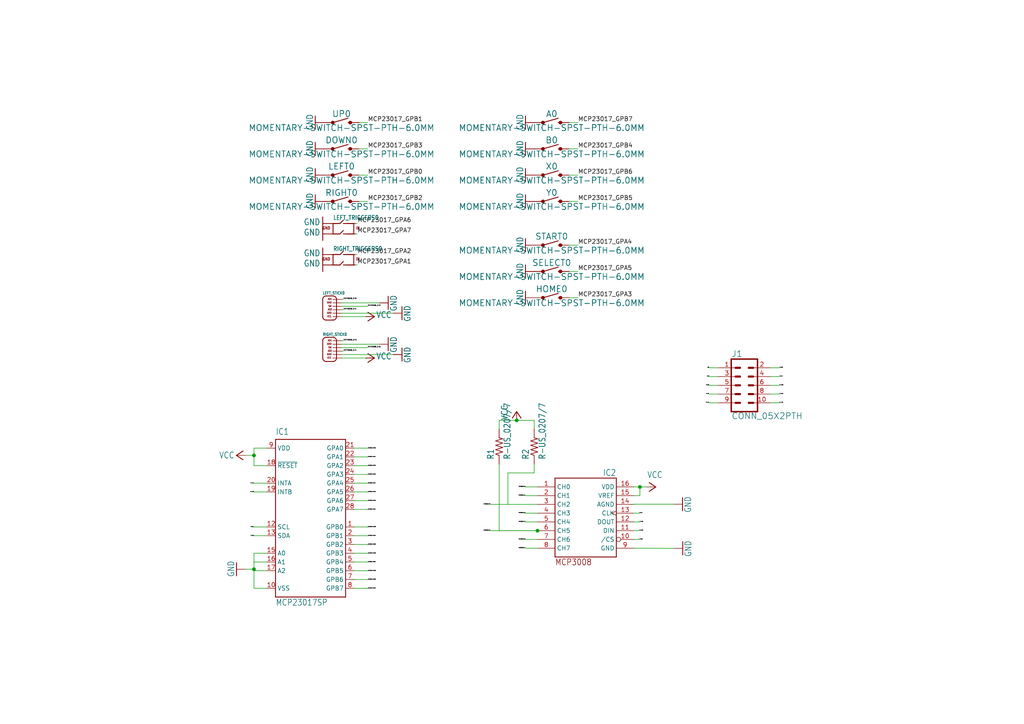
<source format=kicad_sch>
(kicad_sch
	(version 20231120)
	(generator "eeschema")
	(generator_version "8.0")
	(uuid "0de7c742-ee57-4fe4-883c-2f3e07f18363")
	(paper "A4")
	(lib_symbols
		(symbol "gamepad-eagle-import:5628"
			(exclude_from_sim no)
			(in_bom yes)
			(on_board yes)
			(property "Reference" ""
				(at -3 4.4 0)
				(effects
					(font
						(size 0.8 0.68)
					)
					(justify left bottom)
					(hide yes)
				)
			)
			(property "Value" ""
				(at 0 0 0)
				(effects
					(font
						(size 1.27 1.27)
					)
					(hide yes)
				)
			)
			(property "Footprint" "gamepad:5628"
				(at 0 0 0)
				(effects
					(font
						(size 1.27 1.27)
					)
					(hide yes)
				)
			)
			(property "Datasheet" ""
				(at 0 0 0)
				(effects
					(font
						(size 1.27 1.27)
					)
					(hide yes)
				)
			)
			(property "Description" ""
				(at 0 0 0)
				(effects
					(font
						(size 1.27 1.27)
					)
					(hide yes)
				)
			)
			(property "ki_locked" ""
				(at 0 0 0)
				(effects
					(font
						(size 1.27 1.27)
					)
				)
			)
			(symbol "5628_1_0"
				(arc
					(start -3 -2)
					(mid -2.7071 -2.7071)
					(end -2 -3)
					(stroke
						(width 0.254)
						(type solid)
					)
					(fill
						(type none)
					)
				)
				(arc
					(start -2 4)
					(mid -2.7071 3.7071)
					(end -3 3)
					(stroke
						(width 0.254)
						(type solid)
					)
					(fill
						(type none)
					)
				)
				(arc
					(start 0 -3)
					(mid 0.7071 -2.7071)
					(end 1 -2)
					(stroke
						(width 0.254)
						(type solid)
					)
					(fill
						(type none)
					)
				)
				(polyline
					(pts
						(xy -3 3) (xy -3 -2)
					)
					(stroke
						(width 0.254)
						(type solid)
					)
					(fill
						(type none)
					)
				)
				(polyline
					(pts
						(xy -2 -3) (xy 0 -3)
					)
					(stroke
						(width 0.254)
						(type solid)
					)
					(fill
						(type none)
					)
				)
				(polyline
					(pts
						(xy -2 4) (xy 0 4)
					)
					(stroke
						(width 0.254)
						(type solid)
					)
					(fill
						(type none)
					)
				)
				(polyline
					(pts
						(xy 1 -2) (xy 1 3)
					)
					(stroke
						(width 0.254)
						(type solid)
					)
					(fill
						(type none)
					)
				)
				(arc
					(start 1 3)
					(mid 0.7071 3.7071)
					(end 0 4)
					(stroke
						(width 0.254)
						(type solid)
					)
					(fill
						(type none)
					)
				)
				(text "AD1"
					(at -1.6 2.8 0)
					(effects
						(font
							(size 0.5 0.425)
						)
						(justify left bottom)
					)
				)
				(text "AD2"
					(at -1.6 -0.2 0)
					(effects
						(font
							(size 0.5 0.425)
						)
						(justify left bottom)
					)
				)
				(text "GND"
					(at -1.8 -1.2 0)
					(effects
						(font
							(size 0.5 0.425)
						)
						(justify left bottom)
					)
				)
				(text "GND"
					(at -1.8 1.8 0)
					(effects
						(font
							(size 0.5 0.425)
						)
						(justify left bottom)
					)
				)
				(text "SW"
					(at -1.4 0.8 0)
					(effects
						(font
							(size 0.5 0.425)
						)
						(justify left bottom)
					)
				)
				(text "VCC"
					(at -1.8 -2.2 0)
					(effects
						(font
							(size 0.5 0.425)
						)
						(justify left bottom)
					)
				)
				(pin bidirectional line
					(at 2.46 3 180)
					(length 2.54)
					(name "AD1"
						(effects
							(font
								(size 0 0)
							)
						)
					)
					(number "AD1"
						(effects
							(font
								(size 0 0)
							)
						)
					)
				)
				(pin bidirectional line
					(at 2.46 0 180)
					(length 2.54)
					(name "AD2"
						(effects
							(font
								(size 0 0)
							)
						)
					)
					(number "AD2"
						(effects
							(font
								(size 0 0)
							)
						)
					)
				)
				(pin bidirectional line
					(at 2.46 2 180)
					(length 2.54)
					(name "GND1"
						(effects
							(font
								(size 0 0)
							)
						)
					)
					(number "GND1"
						(effects
							(font
								(size 0 0)
							)
						)
					)
				)
				(pin bidirectional line
					(at 2.46 -1 180)
					(length 2.54)
					(name "GND2"
						(effects
							(font
								(size 0 0)
							)
						)
					)
					(number "GND2"
						(effects
							(font
								(size 0 0)
							)
						)
					)
				)
				(pin bidirectional line
					(at 2.46 1 180)
					(length 2.54)
					(name "SW"
						(effects
							(font
								(size 0 0)
							)
						)
					)
					(number "SW"
						(effects
							(font
								(size 0 0)
							)
						)
					)
				)
				(pin bidirectional line
					(at 2.46 -2 180)
					(length 2.54)
					(name "VCC"
						(effects
							(font
								(size 0 0)
							)
						)
					)
					(number "VCC"
						(effects
							(font
								(size 0 0)
							)
						)
					)
				)
			)
		)
		(symbol "gamepad-eagle-import:CONN_05X2PTH"
			(exclude_from_sim no)
			(in_bom yes)
			(on_board yes)
			(property "Reference" "J"
				(at -3.81 8.128 0)
				(effects
					(font
						(size 1.778 1.778)
					)
					(justify left bottom)
				)
			)
			(property "Value" ""
				(at -3.81 -9.906 0)
				(effects
					(font
						(size 1.778 1.778)
					)
					(justify left bottom)
				)
			)
			(property "Footprint" "gamepad:2X5"
				(at 0 0 0)
				(effects
					(font
						(size 1.27 1.27)
					)
					(hide yes)
				)
			)
			(property "Datasheet" ""
				(at 0 0 0)
				(effects
					(font
						(size 1.27 1.27)
					)
					(hide yes)
				)
			)
			(property "Description" "Multi connection point. Often used as Generic Header-pin footprint for 0.1 inch spaced/style header connections\n\nFor AVR SPI programming port, see special device with nice symbol: \"AVR_SPI_PROG_5x2.dev\"\n\nYou can populate with any combo of single row headers, but if you'd like an exact match, check these:\n\n• https://www.sparkfun.com/products/778  2x5 AVR ICSP Male Header (PRT-00778)\n• https://www.sparkfun.com/products/8506  2x5 Pin Shrouded Header (PRT-08506)\n\nOn any of the 0.1 inch spaced packages, you can populate with these:\n\n• https://www.sparkfun.com/products/116  Break Away Headers - Straight (PRT-00116)\n• https://www.sparkfun.com/products/553  Break Away Male Headers - Right Angle (PRT-00553)\n• https://www.sparkfun.com/products/115  Female Headers (PRT-00115)\n• https://www.sparkfun.com/products/117  Break Away Headers - Machine Pin (PRT-00117)\n• https://www.sparkfun.com/products/743  Break Away Female Headers - Swiss Machine Pin (PRT-00743)\n\nSpecial note: the shrouded connector mates well with our 5x2 ribbon cables:\n\n• https://www.sparkfun.com/products/8535  2x5 Pin IDC Ribbon Cable (PRT-08535)"
				(at 0 0 0)
				(effects
					(font
						(size 1.27 1.27)
					)
					(hide yes)
				)
			)
			(property "ki_locked" ""
				(at 0 0 0)
				(effects
					(font
						(size 1.27 1.27)
					)
				)
			)
			(symbol "CONN_05X2PTH_1_0"
				(polyline
					(pts
						(xy -3.81 7.62) (xy -3.81 -7.62)
					)
					(stroke
						(width 0.4064)
						(type solid)
					)
					(fill
						(type none)
					)
				)
				(polyline
					(pts
						(xy -3.81 7.62) (xy 3.81 7.62)
					)
					(stroke
						(width 0.4064)
						(type solid)
					)
					(fill
						(type none)
					)
				)
				(polyline
					(pts
						(xy -1.27 -5.08) (xy -2.54 -5.08)
					)
					(stroke
						(width 0.6096)
						(type solid)
					)
					(fill
						(type none)
					)
				)
				(polyline
					(pts
						(xy -1.27 -2.54) (xy -2.54 -2.54)
					)
					(stroke
						(width 0.6096)
						(type solid)
					)
					(fill
						(type none)
					)
				)
				(polyline
					(pts
						(xy -1.27 0) (xy -2.54 0)
					)
					(stroke
						(width 0.6096)
						(type solid)
					)
					(fill
						(type none)
					)
				)
				(polyline
					(pts
						(xy -1.27 2.54) (xy -2.54 2.54)
					)
					(stroke
						(width 0.6096)
						(type solid)
					)
					(fill
						(type none)
					)
				)
				(polyline
					(pts
						(xy -1.27 5.08) (xy -2.54 5.08)
					)
					(stroke
						(width 0.6096)
						(type solid)
					)
					(fill
						(type none)
					)
				)
				(polyline
					(pts
						(xy 1.27 -5.08) (xy 2.54 -5.08)
					)
					(stroke
						(width 0.6096)
						(type solid)
					)
					(fill
						(type none)
					)
				)
				(polyline
					(pts
						(xy 1.27 -2.54) (xy 2.54 -2.54)
					)
					(stroke
						(width 0.6096)
						(type solid)
					)
					(fill
						(type none)
					)
				)
				(polyline
					(pts
						(xy 1.27 0) (xy 2.54 0)
					)
					(stroke
						(width 0.6096)
						(type solid)
					)
					(fill
						(type none)
					)
				)
				(polyline
					(pts
						(xy 1.27 2.54) (xy 2.54 2.54)
					)
					(stroke
						(width 0.6096)
						(type solid)
					)
					(fill
						(type none)
					)
				)
				(polyline
					(pts
						(xy 1.27 5.08) (xy 2.54 5.08)
					)
					(stroke
						(width 0.6096)
						(type solid)
					)
					(fill
						(type none)
					)
				)
				(polyline
					(pts
						(xy 3.81 -7.62) (xy -3.81 -7.62)
					)
					(stroke
						(width 0.4064)
						(type solid)
					)
					(fill
						(type none)
					)
				)
				(polyline
					(pts
						(xy 3.81 -7.62) (xy 3.81 7.62)
					)
					(stroke
						(width 0.4064)
						(type solid)
					)
					(fill
						(type none)
					)
				)
				(pin passive line
					(at -7.62 5.08 0)
					(length 5.08)
					(name "1"
						(effects
							(font
								(size 0 0)
							)
						)
					)
					(number "1"
						(effects
							(font
								(size 1.27 1.27)
							)
						)
					)
				)
				(pin passive line
					(at 7.62 -5.08 180)
					(length 5.08)
					(name "10"
						(effects
							(font
								(size 0 0)
							)
						)
					)
					(number "10"
						(effects
							(font
								(size 1.27 1.27)
							)
						)
					)
				)
				(pin passive line
					(at 7.62 5.08 180)
					(length 5.08)
					(name "2"
						(effects
							(font
								(size 0 0)
							)
						)
					)
					(number "2"
						(effects
							(font
								(size 1.27 1.27)
							)
						)
					)
				)
				(pin passive line
					(at -7.62 2.54 0)
					(length 5.08)
					(name "3"
						(effects
							(font
								(size 0 0)
							)
						)
					)
					(number "3"
						(effects
							(font
								(size 1.27 1.27)
							)
						)
					)
				)
				(pin passive line
					(at 7.62 2.54 180)
					(length 5.08)
					(name "4"
						(effects
							(font
								(size 0 0)
							)
						)
					)
					(number "4"
						(effects
							(font
								(size 1.27 1.27)
							)
						)
					)
				)
				(pin passive line
					(at -7.62 0 0)
					(length 5.08)
					(name "5"
						(effects
							(font
								(size 0 0)
							)
						)
					)
					(number "5"
						(effects
							(font
								(size 1.27 1.27)
							)
						)
					)
				)
				(pin passive line
					(at 7.62 0 180)
					(length 5.08)
					(name "6"
						(effects
							(font
								(size 0 0)
							)
						)
					)
					(number "6"
						(effects
							(font
								(size 1.27 1.27)
							)
						)
					)
				)
				(pin passive line
					(at -7.62 -2.54 0)
					(length 5.08)
					(name "7"
						(effects
							(font
								(size 0 0)
							)
						)
					)
					(number "7"
						(effects
							(font
								(size 1.27 1.27)
							)
						)
					)
				)
				(pin passive line
					(at 7.62 -2.54 180)
					(length 5.08)
					(name "8"
						(effects
							(font
								(size 0 0)
							)
						)
					)
					(number "8"
						(effects
							(font
								(size 1.27 1.27)
							)
						)
					)
				)
				(pin passive line
					(at -7.62 -5.08 0)
					(length 5.08)
					(name "9"
						(effects
							(font
								(size 0 0)
							)
						)
					)
					(number "9"
						(effects
							(font
								(size 1.27 1.27)
							)
						)
					)
				)
			)
		)
		(symbol "gamepad-eagle-import:GND"
			(power)
			(exclude_from_sim no)
			(in_bom yes)
			(on_board yes)
			(property "Reference" "#GND"
				(at 0 0 0)
				(effects
					(font
						(size 1.27 1.27)
					)
					(hide yes)
				)
			)
			(property "Value" ""
				(at -2.54 -2.54 0)
				(effects
					(font
						(size 1.778 1.5113)
					)
					(justify left bottom)
				)
			)
			(property "Footprint" ""
				(at 0 0 0)
				(effects
					(font
						(size 1.27 1.27)
					)
					(hide yes)
				)
			)
			(property "Datasheet" ""
				(at 0 0 0)
				(effects
					(font
						(size 1.27 1.27)
					)
					(hide yes)
				)
			)
			(property "Description" "SUPPLY SYMBOL"
				(at 0 0 0)
				(effects
					(font
						(size 1.27 1.27)
					)
					(hide yes)
				)
			)
			(property "ki_locked" ""
				(at 0 0 0)
				(effects
					(font
						(size 1.27 1.27)
					)
				)
			)
			(symbol "GND_1_0"
				(polyline
					(pts
						(xy -1.905 0) (xy 1.905 0)
					)
					(stroke
						(width 0.254)
						(type solid)
					)
					(fill
						(type none)
					)
				)
				(pin power_in line
					(at 0 2.54 270)
					(length 2.54)
					(name "GND"
						(effects
							(font
								(size 0 0)
							)
						)
					)
					(number "1"
						(effects
							(font
								(size 0 0)
							)
						)
					)
				)
			)
		)
		(symbol "gamepad-eagle-import:MCP23017SP"
			(exclude_from_sim no)
			(in_bom yes)
			(on_board yes)
			(property "Reference" "IC"
				(at -10.16 24.13 0)
				(effects
					(font
						(size 1.778 1.5113)
					)
					(justify left bottom)
				)
			)
			(property "Value" ""
				(at -10.16 -25.4 0)
				(effects
					(font
						(size 1.778 1.5113)
					)
					(justify left bottom)
				)
			)
			(property "Footprint" "gamepad:DIL28-3"
				(at 0 0 0)
				(effects
					(font
						(size 1.27 1.27)
					)
					(hide yes)
				)
			)
			(property "Datasheet" ""
				(at 0 0 0)
				(effects
					(font
						(size 1.27 1.27)
					)
					(hide yes)
				)
			)
			(property "Description" "http://ww1.microchip.com/downloads/en/DeviceDoc/21952a.pdf\n\nSource: http://ww1.microchip.com/downloads/en/DeviceDoc/21952a.pdf"
				(at 0 0 0)
				(effects
					(font
						(size 1.27 1.27)
					)
					(hide yes)
				)
			)
			(property "ki_locked" ""
				(at 0 0 0)
				(effects
					(font
						(size 1.27 1.27)
					)
				)
			)
			(symbol "MCP23017SP_1_0"
				(polyline
					(pts
						(xy -10.16 -22.86) (xy -10.16 22.86)
					)
					(stroke
						(width 0.254)
						(type solid)
					)
					(fill
						(type none)
					)
				)
				(polyline
					(pts
						(xy -10.16 22.86) (xy 10.16 22.86)
					)
					(stroke
						(width 0.254)
						(type solid)
					)
					(fill
						(type none)
					)
				)
				(polyline
					(pts
						(xy 10.16 -22.86) (xy -10.16 -22.86)
					)
					(stroke
						(width 0.254)
						(type solid)
					)
					(fill
						(type none)
					)
				)
				(polyline
					(pts
						(xy 10.16 22.86) (xy 10.16 -22.86)
					)
					(stroke
						(width 0.254)
						(type solid)
					)
					(fill
						(type none)
					)
				)
				(pin bidirectional line
					(at 12.7 -2.54 180)
					(length 2.54)
					(name "GPB0"
						(effects
							(font
								(size 1.27 1.27)
							)
						)
					)
					(number "1"
						(effects
							(font
								(size 1.27 1.27)
							)
						)
					)
				)
				(pin power_in line
					(at -12.7 -20.32 0)
					(length 2.54)
					(name "VSS"
						(effects
							(font
								(size 1.27 1.27)
							)
						)
					)
					(number "10"
						(effects
							(font
								(size 1.27 1.27)
							)
						)
					)
				)
				(pin input line
					(at -12.7 -2.54 0)
					(length 2.54)
					(name "SCL"
						(effects
							(font
								(size 1.27 1.27)
							)
						)
					)
					(number "12"
						(effects
							(font
								(size 1.27 1.27)
							)
						)
					)
				)
				(pin bidirectional line
					(at -12.7 -5.08 0)
					(length 2.54)
					(name "SDA"
						(effects
							(font
								(size 1.27 1.27)
							)
						)
					)
					(number "13"
						(effects
							(font
								(size 1.27 1.27)
							)
						)
					)
				)
				(pin input line
					(at -12.7 -10.16 0)
					(length 2.54)
					(name "A0"
						(effects
							(font
								(size 1.27 1.27)
							)
						)
					)
					(number "15"
						(effects
							(font
								(size 1.27 1.27)
							)
						)
					)
				)
				(pin input line
					(at -12.7 -12.7 0)
					(length 2.54)
					(name "A1"
						(effects
							(font
								(size 1.27 1.27)
							)
						)
					)
					(number "16"
						(effects
							(font
								(size 1.27 1.27)
							)
						)
					)
				)
				(pin input line
					(at -12.7 -15.24 0)
					(length 2.54)
					(name "A2"
						(effects
							(font
								(size 1.27 1.27)
							)
						)
					)
					(number "17"
						(effects
							(font
								(size 1.27 1.27)
							)
						)
					)
				)
				(pin input line
					(at -12.7 15.24 0)
					(length 2.54)
					(name "~{RESET}"
						(effects
							(font
								(size 1.27 1.27)
							)
						)
					)
					(number "18"
						(effects
							(font
								(size 1.27 1.27)
							)
						)
					)
				)
				(pin output line
					(at -12.7 7.62 0)
					(length 2.54)
					(name "INTB"
						(effects
							(font
								(size 1.27 1.27)
							)
						)
					)
					(number "19"
						(effects
							(font
								(size 1.27 1.27)
							)
						)
					)
				)
				(pin bidirectional line
					(at 12.7 -5.08 180)
					(length 2.54)
					(name "GPB1"
						(effects
							(font
								(size 1.27 1.27)
							)
						)
					)
					(number "2"
						(effects
							(font
								(size 1.27 1.27)
							)
						)
					)
				)
				(pin output line
					(at -12.7 10.16 0)
					(length 2.54)
					(name "INTA"
						(effects
							(font
								(size 1.27 1.27)
							)
						)
					)
					(number "20"
						(effects
							(font
								(size 1.27 1.27)
							)
						)
					)
				)
				(pin bidirectional line
					(at 12.7 20.32 180)
					(length 2.54)
					(name "GPA0"
						(effects
							(font
								(size 1.27 1.27)
							)
						)
					)
					(number "21"
						(effects
							(font
								(size 1.27 1.27)
							)
						)
					)
				)
				(pin bidirectional line
					(at 12.7 17.78 180)
					(length 2.54)
					(name "GPA1"
						(effects
							(font
								(size 1.27 1.27)
							)
						)
					)
					(number "22"
						(effects
							(font
								(size 1.27 1.27)
							)
						)
					)
				)
				(pin bidirectional line
					(at 12.7 15.24 180)
					(length 2.54)
					(name "GPA2"
						(effects
							(font
								(size 1.27 1.27)
							)
						)
					)
					(number "23"
						(effects
							(font
								(size 1.27 1.27)
							)
						)
					)
				)
				(pin bidirectional line
					(at 12.7 12.7 180)
					(length 2.54)
					(name "GPA3"
						(effects
							(font
								(size 1.27 1.27)
							)
						)
					)
					(number "24"
						(effects
							(font
								(size 1.27 1.27)
							)
						)
					)
				)
				(pin bidirectional line
					(at 12.7 10.16 180)
					(length 2.54)
					(name "GPA4"
						(effects
							(font
								(size 1.27 1.27)
							)
						)
					)
					(number "25"
						(effects
							(font
								(size 1.27 1.27)
							)
						)
					)
				)
				(pin bidirectional line
					(at 12.7 7.62 180)
					(length 2.54)
					(name "GPA5"
						(effects
							(font
								(size 1.27 1.27)
							)
						)
					)
					(number "26"
						(effects
							(font
								(size 1.27 1.27)
							)
						)
					)
				)
				(pin bidirectional line
					(at 12.7 5.08 180)
					(length 2.54)
					(name "GPA6"
						(effects
							(font
								(size 1.27 1.27)
							)
						)
					)
					(number "27"
						(effects
							(font
								(size 1.27 1.27)
							)
						)
					)
				)
				(pin bidirectional line
					(at 12.7 2.54 180)
					(length 2.54)
					(name "GPA7"
						(effects
							(font
								(size 1.27 1.27)
							)
						)
					)
					(number "28"
						(effects
							(font
								(size 1.27 1.27)
							)
						)
					)
				)
				(pin bidirectional line
					(at 12.7 -7.62 180)
					(length 2.54)
					(name "GPB2"
						(effects
							(font
								(size 1.27 1.27)
							)
						)
					)
					(number "3"
						(effects
							(font
								(size 1.27 1.27)
							)
						)
					)
				)
				(pin bidirectional line
					(at 12.7 -10.16 180)
					(length 2.54)
					(name "GPB3"
						(effects
							(font
								(size 1.27 1.27)
							)
						)
					)
					(number "4"
						(effects
							(font
								(size 1.27 1.27)
							)
						)
					)
				)
				(pin bidirectional line
					(at 12.7 -12.7 180)
					(length 2.54)
					(name "GPB4"
						(effects
							(font
								(size 1.27 1.27)
							)
						)
					)
					(number "5"
						(effects
							(font
								(size 1.27 1.27)
							)
						)
					)
				)
				(pin bidirectional line
					(at 12.7 -15.24 180)
					(length 2.54)
					(name "GPB5"
						(effects
							(font
								(size 1.27 1.27)
							)
						)
					)
					(number "6"
						(effects
							(font
								(size 1.27 1.27)
							)
						)
					)
				)
				(pin bidirectional line
					(at 12.7 -17.78 180)
					(length 2.54)
					(name "GPB6"
						(effects
							(font
								(size 1.27 1.27)
							)
						)
					)
					(number "7"
						(effects
							(font
								(size 1.27 1.27)
							)
						)
					)
				)
				(pin bidirectional line
					(at 12.7 -20.32 180)
					(length 2.54)
					(name "GPB7"
						(effects
							(font
								(size 1.27 1.27)
							)
						)
					)
					(number "8"
						(effects
							(font
								(size 1.27 1.27)
							)
						)
					)
				)
				(pin power_in line
					(at -12.7 20.32 0)
					(length 2.54)
					(name "VDD"
						(effects
							(font
								(size 1.27 1.27)
							)
						)
					)
					(number "9"
						(effects
							(font
								(size 1.27 1.27)
							)
						)
					)
				)
			)
		)
		(symbol "gamepad-eagle-import:MCP3008"
			(exclude_from_sim no)
			(in_bom yes)
			(on_board yes)
			(property "Reference" "IC"
				(at 10.16 12.7 0)
				(effects
					(font
						(size 1.778 1.5113)
					)
					(justify right top)
				)
			)
			(property "Value" ""
				(at 0 0 0)
				(effects
					(font
						(size 1.27 1.27)
					)
					(hide yes)
				)
			)
			(property "Footprint" "gamepad:DIL16"
				(at 0 0 0)
				(effects
					(font
						(size 1.27 1.27)
					)
					(hide yes)
				)
			)
			(property "Datasheet" ""
				(at 0 0 0)
				(effects
					(font
						(size 1.27 1.27)
					)
					(hide yes)
				)
			)
			(property "Description" ""
				(at 0 0 0)
				(effects
					(font
						(size 1.27 1.27)
					)
					(hide yes)
				)
			)
			(property "ki_locked" ""
				(at 0 0 0)
				(effects
					(font
						(size 1.27 1.27)
					)
				)
			)
			(symbol "MCP3008_1_0"
				(polyline
					(pts
						(xy -7.62 -12.7) (xy 10.16 -12.7)
					)
					(stroke
						(width 0.254)
						(type solid)
					)
					(fill
						(type none)
					)
				)
				(polyline
					(pts
						(xy -7.62 10.16) (xy -7.62 -12.7)
					)
					(stroke
						(width 0.254)
						(type solid)
					)
					(fill
						(type none)
					)
				)
				(polyline
					(pts
						(xy 10.16 -12.7) (xy 10.16 10.16)
					)
					(stroke
						(width 0.254)
						(type solid)
					)
					(fill
						(type none)
					)
				)
				(polyline
					(pts
						(xy 10.16 10.16) (xy -7.62 10.16)
					)
					(stroke
						(width 0.254)
						(type solid)
					)
					(fill
						(type none)
					)
				)
				(text "MCP3008"
					(at -7.62 -15.24 0)
					(effects
						(font
							(size 1.778 1.5113)
						)
						(justify left bottom)
					)
				)
				(pin input line
					(at -12.7 7.62 0)
					(length 5.08)
					(name "CH0"
						(effects
							(font
								(size 1.27 1.27)
							)
						)
					)
					(number "1"
						(effects
							(font
								(size 1.27 1.27)
							)
						)
					)
				)
				(pin input inverted
					(at 15.24 -7.62 180)
					(length 5.08)
					(name "/CS"
						(effects
							(font
								(size 1.27 1.27)
							)
						)
					)
					(number "10"
						(effects
							(font
								(size 1.27 1.27)
							)
						)
					)
				)
				(pin input line
					(at 15.24 -5.08 180)
					(length 5.08)
					(name "DIN"
						(effects
							(font
								(size 1.27 1.27)
							)
						)
					)
					(number "11"
						(effects
							(font
								(size 1.27 1.27)
							)
						)
					)
				)
				(pin output line
					(at 15.24 -2.54 180)
					(length 5.08)
					(name "DOUT"
						(effects
							(font
								(size 1.27 1.27)
							)
						)
					)
					(number "12"
						(effects
							(font
								(size 1.27 1.27)
							)
						)
					)
				)
				(pin input clock
					(at 15.24 0 180)
					(length 5.08)
					(name "CLK"
						(effects
							(font
								(size 1.27 1.27)
							)
						)
					)
					(number "13"
						(effects
							(font
								(size 1.27 1.27)
							)
						)
					)
				)
				(pin power_in line
					(at 15.24 2.54 180)
					(length 5.08)
					(name "AGND"
						(effects
							(font
								(size 1.27 1.27)
							)
						)
					)
					(number "14"
						(effects
							(font
								(size 1.27 1.27)
							)
						)
					)
				)
				(pin input line
					(at 15.24 5.08 180)
					(length 5.08)
					(name "VREF"
						(effects
							(font
								(size 1.27 1.27)
							)
						)
					)
					(number "15"
						(effects
							(font
								(size 1.27 1.27)
							)
						)
					)
				)
				(pin power_in line
					(at 15.24 7.62 180)
					(length 5.08)
					(name "VDD"
						(effects
							(font
								(size 1.27 1.27)
							)
						)
					)
					(number "16"
						(effects
							(font
								(size 1.27 1.27)
							)
						)
					)
				)
				(pin input line
					(at -12.7 5.08 0)
					(length 5.08)
					(name "CH1"
						(effects
							(font
								(size 1.27 1.27)
							)
						)
					)
					(number "2"
						(effects
							(font
								(size 1.27 1.27)
							)
						)
					)
				)
				(pin input line
					(at -12.7 2.54 0)
					(length 5.08)
					(name "CH2"
						(effects
							(font
								(size 1.27 1.27)
							)
						)
					)
					(number "3"
						(effects
							(font
								(size 1.27 1.27)
							)
						)
					)
				)
				(pin input line
					(at -12.7 0 0)
					(length 5.08)
					(name "CH3"
						(effects
							(font
								(size 1.27 1.27)
							)
						)
					)
					(number "4"
						(effects
							(font
								(size 1.27 1.27)
							)
						)
					)
				)
				(pin input line
					(at -12.7 -2.54 0)
					(length 5.08)
					(name "CH4"
						(effects
							(font
								(size 1.27 1.27)
							)
						)
					)
					(number "5"
						(effects
							(font
								(size 1.27 1.27)
							)
						)
					)
				)
				(pin input line
					(at -12.7 -5.08 0)
					(length 5.08)
					(name "CH5"
						(effects
							(font
								(size 1.27 1.27)
							)
						)
					)
					(number "6"
						(effects
							(font
								(size 1.27 1.27)
							)
						)
					)
				)
				(pin input line
					(at -12.7 -7.62 0)
					(length 5.08)
					(name "CH6"
						(effects
							(font
								(size 1.27 1.27)
							)
						)
					)
					(number "7"
						(effects
							(font
								(size 1.27 1.27)
							)
						)
					)
				)
				(pin input line
					(at -12.7 -10.16 0)
					(length 5.08)
					(name "CH7"
						(effects
							(font
								(size 1.27 1.27)
							)
						)
					)
					(number "8"
						(effects
							(font
								(size 1.27 1.27)
							)
						)
					)
				)
				(pin power_in line
					(at 15.24 -10.16 180)
					(length 5.08)
					(name "GND"
						(effects
							(font
								(size 1.27 1.27)
							)
						)
					)
					(number "9"
						(effects
							(font
								(size 1.27 1.27)
							)
						)
					)
				)
			)
		)
		(symbol "gamepad-eagle-import:MJTP2205"
			(exclude_from_sim no)
			(in_bom yes)
			(on_board yes)
			(property "Reference" ""
				(at -3 2 0)
				(effects
					(font
						(size 1.27 1.0795)
					)
					(justify left bottom)
					(hide yes)
				)
			)
			(property "Value" ""
				(at 0 0 0)
				(effects
					(font
						(size 1.27 1.27)
					)
					(hide yes)
				)
			)
			(property "Footprint" "gamepad:MJTP2205"
				(at 0 0 0)
				(effects
					(font
						(size 1.27 1.27)
					)
					(hide yes)
				)
			)
			(property "Datasheet" ""
				(at 0 0 0)
				(effects
					(font
						(size 1.27 1.27)
					)
					(hide yes)
				)
			)
			(property "Description" ""
				(at 0 0 0)
				(effects
					(font
						(size 1.27 1.27)
					)
					(hide yes)
				)
			)
			(property "ki_locked" ""
				(at 0 0 0)
				(effects
					(font
						(size 1.27 1.27)
					)
				)
			)
			(symbol "MJTP2205_1_0"
				(polyline
					(pts
						(xy -3 -2) (xy -1 -2)
					)
					(stroke
						(width 0.254)
						(type solid)
					)
					(fill
						(type none)
					)
				)
				(polyline
					(pts
						(xy -3 1) (xy -3 -2)
					)
					(stroke
						(width 0.254)
						(type solid)
					)
					(fill
						(type none)
					)
				)
				(polyline
					(pts
						(xy -1 -2) (xy 0 -1)
					)
					(stroke
						(width 0.254)
						(type solid)
					)
					(fill
						(type none)
					)
				)
				(polyline
					(pts
						(xy -1 1) (xy -3 1)
					)
					(stroke
						(width 0.254)
						(type solid)
					)
					(fill
						(type none)
					)
				)
				(polyline
					(pts
						(xy 0 -2) (xy 3 -2)
					)
					(stroke
						(width 0.254)
						(type solid)
					)
					(fill
						(type none)
					)
				)
				(polyline
					(pts
						(xy 0 2) (xy -1 1)
					)
					(stroke
						(width 0.254)
						(type solid)
					)
					(fill
						(type none)
					)
				)
				(polyline
					(pts
						(xy 3 -2) (xy 3 1)
					)
					(stroke
						(width 0.254)
						(type solid)
					)
					(fill
						(type none)
					)
				)
				(polyline
					(pts
						(xy 3 1) (xy 0 1)
					)
					(stroke
						(width 0.254)
						(type solid)
					)
					(fill
						(type none)
					)
				)
				(text "GND"
					(at -6.064 -0.776 0)
					(effects
						(font
							(size 0.8128 0.6908)
						)
						(justify left bottom)
					)
				)
				(text "IN"
					(at 3.588 -0.776 0)
					(effects
						(font
							(size 0.8128 0.6908)
						)
						(justify left bottom)
					)
				)
				(pin bidirectional line
					(at -3.46 1 0)
					(length 2.54)
					(name "GND$1"
						(effects
							(font
								(size 0 0)
							)
						)
					)
					(number "GND$1"
						(effects
							(font
								(size 0 0)
							)
						)
					)
				)
				(pin bidirectional line
					(at -3.46 -2 0)
					(length 2.54)
					(name "GND$2"
						(effects
							(font
								(size 0 0)
							)
						)
					)
					(number "GND$2"
						(effects
							(font
								(size 0 0)
							)
						)
					)
				)
				(pin bidirectional line
					(at 3.46 1 180)
					(length 2.54)
					(name "IN$1"
						(effects
							(font
								(size 0 0)
							)
						)
					)
					(number "IN$1"
						(effects
							(font
								(size 0 0)
							)
						)
					)
				)
				(pin bidirectional line
					(at 3.46 -2 180)
					(length 2.54)
					(name "IN$2"
						(effects
							(font
								(size 0 0)
							)
						)
					)
					(number "IN$2"
						(effects
							(font
								(size 0 0)
							)
						)
					)
				)
			)
		)
		(symbol "gamepad-eagle-import:MOMENTARY-SWITCH-SPST-PTH-6.0MM"
			(exclude_from_sim no)
			(in_bom yes)
			(on_board yes)
			(property "Reference" "S"
				(at 0 1.524 0)
				(effects
					(font
						(size 1.778 1.778)
					)
					(justify bottom)
				)
			)
			(property "Value" ""
				(at 0 -0.508 0)
				(effects
					(font
						(size 1.778 1.778)
					)
					(justify top)
				)
			)
			(property "Footprint" "gamepad:TACTILE_SWITCH_PTH_6.0MM"
				(at 0 0 0)
				(effects
					(font
						(size 1.27 1.27)
					)
					(hide yes)
				)
			)
			(property "Datasheet" ""
				(at 0 0 0)
				(effects
					(font
						(size 1.27 1.27)
					)
					(hide yes)
				)
			)
			(property "Description" "Momentary Switch (Pushbutton) - SPST\n\nNormally-open (NO) SPST momentary switches (buttons, pushbuttons).\n\nVariants PTH-12MM - 12mm square, through-hole\n\n• https://www.sparkfun.com/products/9190 Momentary Pushbutton Switch - 12mm Square (COM-09190)\n\nPTH-6.0MM, PTH-6.0MM-KIT - 6.0mm square, through-hole\n\n• https://www.sparkfun.com/products/97 Mini Pushbutton Switch (COM-00097)\n• KIT package intended for soldering kit's - only one side of pads' copper is exposed.\n\nPTH-RIGHT-ANGLE-KIT - Right-angle, through-hole\n\n• https://www.sparkfun.com/products/10791 Right Angle Tactile Button - Used on https://www.sparkfun.com/products/11734  SparkFun BigTime Watch Kit\n\nSMD-12MM - 12mm square, surface-mount\n\n• https://www.sparkfun.com/products/12993 Tactile Button - SMD (12mm) (COM-12993)\n• Used on https://www.sparkfun.com/products/11888 SparkFun PicoBoard\n\nSMD-4.5MM - 4.5mm Square Trackball Switch\n\n• Used on https://www.sparkfun.com/products/13169 SparkFun Blackberry Trackballer Breakout\n\nSMD-4.6MMX2.8MM -  4.60mm x 2.80mm, surface mount\n\n• Used on https://www.sparkfun.com/products/17717 SparkFun Pro Micro - RP2040\n\nSMD-5.2MM, SMD-5.2-REDUNDANT - 5.2mm square, surface-mount\n\n• https://www.sparkfun.com/products/8720 Mini Pushbutton Switch - SMD (COM-08720)\n• Used on https://www.sparkfun.com/products/11114 Arduino Pro Mini\n• REDUNDANT package connects both switch circuits together\n\nSMD-6.0X3.5MM - 6.0 x 3.5mm, surface mount\n\n• https://www.sparkfun.com/products/8229 Momentary Reset Switch SMD (COM-08229)\n\nSMD-6.2MM-TALL - 6.2mm square, surface mount\n\n• https://www.sparkfun.com/products/12992 Tactile Button - SMD (6mm)\n• Used on https://www.sparkfun.com/products/12651 SparkFun Digital Sandbox\n\nSMD-RIGHT-ANGLE - Right-angle, surface mount\n\n• Used on https://www.sparkfun.com/products/13036 SparkFun Block for Intel® Edison - Arduino"
				(at 0 0 0)
				(effects
					(font
						(size 1.27 1.27)
					)
					(hide yes)
				)
			)
			(property "ki_locked" ""
				(at 0 0 0)
				(effects
					(font
						(size 1.27 1.27)
					)
				)
			)
			(symbol "MOMENTARY-SWITCH-SPST-PTH-6.0MM_1_0"
				(circle
					(center -2.54 0)
					(radius 0.127)
					(stroke
						(width 0.4064)
						(type solid)
					)
					(fill
						(type none)
					)
				)
				(polyline
					(pts
						(xy -2.54 0) (xy 1.905 1.27)
					)
					(stroke
						(width 0.254)
						(type solid)
					)
					(fill
						(type none)
					)
				)
				(polyline
					(pts
						(xy 1.905 0) (xy 2.54 0)
					)
					(stroke
						(width 0.254)
						(type solid)
					)
					(fill
						(type none)
					)
				)
				(circle
					(center 2.54 0)
					(radius 0.127)
					(stroke
						(width 0.4064)
						(type solid)
					)
					(fill
						(type none)
					)
				)
				(pin passive line
					(at -5.08 0 0)
					(length 2.54)
					(name "1"
						(effects
							(font
								(size 0 0)
							)
						)
					)
					(number "1"
						(effects
							(font
								(size 0 0)
							)
						)
					)
				)
				(pin passive line
					(at 5.08 0 180)
					(length 2.54)
					(name "2"
						(effects
							(font
								(size 0 0)
							)
						)
					)
					(number "3"
						(effects
							(font
								(size 0 0)
							)
						)
					)
				)
			)
		)
		(symbol "gamepad-eagle-import:R-US_0207/7"
			(exclude_from_sim no)
			(in_bom yes)
			(on_board yes)
			(property "Reference" "R"
				(at -3.81 1.4986 0)
				(effects
					(font
						(size 1.778 1.5113)
					)
					(justify left bottom)
				)
			)
			(property "Value" ""
				(at -3.81 -3.302 0)
				(effects
					(font
						(size 1.778 1.5113)
					)
					(justify left bottom)
				)
			)
			(property "Footprint" "gamepad:0207_7"
				(at 0 0 0)
				(effects
					(font
						(size 1.27 1.27)
					)
					(hide yes)
				)
			)
			(property "Datasheet" ""
				(at 0 0 0)
				(effects
					(font
						(size 1.27 1.27)
					)
					(hide yes)
				)
			)
			(property "Description" "RESISTOR, American symbol"
				(at 0 0 0)
				(effects
					(font
						(size 1.27 1.27)
					)
					(hide yes)
				)
			)
			(property "ki_locked" ""
				(at 0 0 0)
				(effects
					(font
						(size 1.27 1.27)
					)
				)
			)
			(symbol "R-US_0207/7_1_0"
				(polyline
					(pts
						(xy -2.54 0) (xy -2.159 1.016)
					)
					(stroke
						(width 0.2032)
						(type solid)
					)
					(fill
						(type none)
					)
				)
				(polyline
					(pts
						(xy -2.159 1.016) (xy -1.524 -1.016)
					)
					(stroke
						(width 0.2032)
						(type solid)
					)
					(fill
						(type none)
					)
				)
				(polyline
					(pts
						(xy -1.524 -1.016) (xy -0.889 1.016)
					)
					(stroke
						(width 0.2032)
						(type solid)
					)
					(fill
						(type none)
					)
				)
				(polyline
					(pts
						(xy -0.889 1.016) (xy -0.254 -1.016)
					)
					(stroke
						(width 0.2032)
						(type solid)
					)
					(fill
						(type none)
					)
				)
				(polyline
					(pts
						(xy -0.254 -1.016) (xy 0.381 1.016)
					)
					(stroke
						(width 0.2032)
						(type solid)
					)
					(fill
						(type none)
					)
				)
				(polyline
					(pts
						(xy 0.381 1.016) (xy 1.016 -1.016)
					)
					(stroke
						(width 0.2032)
						(type solid)
					)
					(fill
						(type none)
					)
				)
				(polyline
					(pts
						(xy 1.016 -1.016) (xy 1.651 1.016)
					)
					(stroke
						(width 0.2032)
						(type solid)
					)
					(fill
						(type none)
					)
				)
				(polyline
					(pts
						(xy 1.651 1.016) (xy 2.286 -1.016)
					)
					(stroke
						(width 0.2032)
						(type solid)
					)
					(fill
						(type none)
					)
				)
				(polyline
					(pts
						(xy 2.286 -1.016) (xy 2.54 0)
					)
					(stroke
						(width 0.2032)
						(type solid)
					)
					(fill
						(type none)
					)
				)
				(pin passive line
					(at -5.08 0 0)
					(length 2.54)
					(name "1"
						(effects
							(font
								(size 0 0)
							)
						)
					)
					(number "1"
						(effects
							(font
								(size 0 0)
							)
						)
					)
				)
				(pin passive line
					(at 5.08 0 180)
					(length 2.54)
					(name "2"
						(effects
							(font
								(size 0 0)
							)
						)
					)
					(number "2"
						(effects
							(font
								(size 0 0)
							)
						)
					)
				)
			)
		)
		(symbol "gamepad-eagle-import:VCC"
			(power)
			(exclude_from_sim no)
			(in_bom yes)
			(on_board yes)
			(property "Reference" "#P+"
				(at 0 0 0)
				(effects
					(font
						(size 1.27 1.27)
					)
					(hide yes)
				)
			)
			(property "Value" ""
				(at -2.54 -2.54 90)
				(effects
					(font
						(size 1.778 1.5113)
					)
					(justify left bottom)
				)
			)
			(property "Footprint" ""
				(at 0 0 0)
				(effects
					(font
						(size 1.27 1.27)
					)
					(hide yes)
				)
			)
			(property "Datasheet" ""
				(at 0 0 0)
				(effects
					(font
						(size 1.27 1.27)
					)
					(hide yes)
				)
			)
			(property "Description" "SUPPLY SYMBOL"
				(at 0 0 0)
				(effects
					(font
						(size 1.27 1.27)
					)
					(hide yes)
				)
			)
			(property "ki_locked" ""
				(at 0 0 0)
				(effects
					(font
						(size 1.27 1.27)
					)
				)
			)
			(symbol "VCC_1_0"
				(polyline
					(pts
						(xy 0 0) (xy -1.27 -1.905)
					)
					(stroke
						(width 0.254)
						(type solid)
					)
					(fill
						(type none)
					)
				)
				(polyline
					(pts
						(xy 1.27 -1.905) (xy 0 0)
					)
					(stroke
						(width 0.254)
						(type solid)
					)
					(fill
						(type none)
					)
				)
				(pin power_in line
					(at 0 -2.54 90)
					(length 2.54)
					(name "VCC"
						(effects
							(font
								(size 0 0)
							)
						)
					)
					(number "1"
						(effects
							(font
								(size 0 0)
							)
						)
					)
				)
			)
		)
	)
	(junction
		(at 185.6 141.24)
		(diameter 0)
		(color 0 0 0 0)
		(uuid "55865f57-5cd8-479c-971d-39413f8d2578")
	)
	(junction
		(at 149.86 121.92)
		(diameter 0)
		(color 0 0 0 0)
		(uuid "7149a97e-e4e3-4ca7-85af-79b4c3124dcc")
	)
	(junction
		(at 73.66 132.08)
		(diameter 0)
		(color 0 0 0 0)
		(uuid "ac488306-2801-423c-ad69-3e4c110d2ff3")
	)
	(junction
		(at 155.9 153.92)
		(diameter 0)
		(color 0 0 0 0)
		(uuid "f1e60f1a-6e28-4770-9f11-6aa48892ef6a")
	)
	(junction
		(at 73.66 165.1)
		(diameter 0)
		(color 0 0 0 0)
		(uuid "f2430d0b-eb42-4f93-88d5-5fcb855bf4be")
	)
	(wire
		(pts
			(xy 106.68 152.84) (xy 106.68 152.908)
		)
		(stroke
			(width 0.1524)
			(type solid)
		)
		(uuid "00752691-f886-46a6-a9ff-520e7c6c3082")
	)
	(wire
		(pts
			(xy 208.28 106.68) (xy 205.74 106.68)
		)
		(stroke
			(width 0.1524)
			(type solid)
		)
		(uuid "00cafefa-4288-4060-a955-20701beed14d")
	)
	(wire
		(pts
			(xy 99.06 98.84) (xy 99.6 98.84)
		)
		(stroke
			(width 0.1524)
			(type solid)
		)
		(uuid "00e4832e-9747-4378-9a77-75392f9942e2")
	)
	(wire
		(pts
			(xy 185.42 156.46) (xy 185.42 156.464)
		)
		(stroke
			(width 0.1524)
			(type solid)
		)
		(uuid "0164a2c9-b2ce-41a6-96c7-ed83d317ab69")
	)
	(wire
		(pts
			(xy 73.66 129.98) (xy 73.66 132.08)
		)
		(stroke
			(width 0.1524)
			(type solid)
		)
		(uuid "0245615e-4b7d-4c67-adf0-b3442f8c3435")
	)
	(wire
		(pts
			(xy 144.78 121.92) (xy 149.86 121.92)
		)
		(stroke
			(width 0.1524)
			(type solid)
		)
		(uuid "06fba417-6484-4d17-ae88-9b08850ebf8a")
	)
	(wire
		(pts
			(xy 99.06 86.84) (xy 99.6 86.84)
		)
		(stroke
			(width 0.1524)
			(type solid)
		)
		(uuid "08f90600-fb40-43d8-bafe-76bfa8378c27")
	)
	(wire
		(pts
			(xy 110.06 99.84) (xy 99.06 99.84)
		)
		(stroke
			(width 0.1524)
			(type solid)
		)
		(uuid "094cdd48-0fd9-4cce-a8c2-db74f3362c54")
	)
	(wire
		(pts
			(xy 77.38 140.14) (xy 73.66 140.14)
		)
		(stroke
			(width 0.1524)
			(type solid)
		)
		(uuid "096e3b03-f4ed-456a-aa78-416c27ff177f")
	)
	(wire
		(pts
			(xy 223.52 116.84) (xy 226.06 116.84)
		)
		(stroke
			(width 0.1524)
			(type solid)
		)
		(uuid "0e19aa29-19da-4f7b-9e39-654423d543ac")
	)
	(wire
		(pts
			(xy 106.68 157.92) (xy 106.68 157.988)
		)
		(stroke
			(width 0.1524)
			(type solid)
		)
		(uuid "0ebde784-a46c-4070-94b9-079ac16d4b92")
	)
	(wire
		(pts
			(xy 106.68 129.98) (xy 106.68 130.048)
		)
		(stroke
			(width 0.1524)
			(type solid)
		)
		(uuid "1792cff1-c393-486f-b696-2161d2f380e2")
	)
	(wire
		(pts
			(xy 183.84 151.38) (xy 185.42 151.38)
		)
		(stroke
			(width 0.1524)
			(type solid)
		)
		(uuid "1998b57c-77e5-4eeb-b51a-238f0a61625a")
	)
	(wire
		(pts
			(xy 142.24 146.3) (xy 155.9 146.3)
		)
		(stroke
			(width 0.1524)
			(type solid)
		)
		(uuid "1ae552d7-dcc3-4034-ab39-987fa5bc03e6")
	)
	(wire
		(pts
			(xy 183.84 141.22) (xy 185.6 141.22)
		)
		(stroke
			(width 0.1524)
			(type solid)
		)
		(uuid "1e733391-e5c3-466c-8206-96ebb0c73e28")
	)
	(wire
		(pts
			(xy 152.4 141.22) (xy 152.4 141.224)
		)
		(stroke
			(width 0.1524)
			(type solid)
		)
		(uuid "1e9ced13-8240-4e31-ac88-d66195b96ad9")
	)
	(wire
		(pts
			(xy 106.68 165.54) (xy 106.68 165.608)
		)
		(stroke
			(width 0.1524)
			(type solid)
		)
		(uuid "20485095-a22f-40e5-8029-9168213b3378")
	)
	(wire
		(pts
			(xy 165.1 86.36) (xy 167.64 86.36)
		)
		(stroke
			(width 0.1524)
			(type solid)
		)
		(uuid "218570ce-8c39-4af4-84c9-2a3b03b060e7")
	)
	(wire
		(pts
			(xy 102.78 165.54) (xy 106.68 165.54)
		)
		(stroke
			(width 0.1524)
			(type solid)
		)
		(uuid "26251e83-607b-4858-858c-38b4a947266e")
	)
	(wire
		(pts
			(xy 183.84 159) (xy 187.86 159)
		)
		(stroke
			(width 0.1524)
			(type solid)
		)
		(uuid "28b3717e-f76d-42cb-a9a4-9a901e6317a7")
	)
	(wire
		(pts
			(xy 223.52 111.76) (xy 226.06 111.76)
		)
		(stroke
			(width 0.1524)
			(type solid)
		)
		(uuid "2d4d6153-0af5-400f-84f6-de1a6f4ba317")
	)
	(wire
		(pts
			(xy 73.66 142.68) (xy 73.66 142.748)
		)
		(stroke
			(width 0.1524)
			(type solid)
		)
		(uuid "2f2150e7-dbc2-4b8c-b6dc-c7cc931fc8f5")
	)
	(wire
		(pts
			(xy 77.38 165.54) (xy 73.66 165.54)
		)
		(stroke
			(width 0.1524)
			(type solid)
		)
		(uuid "313002cd-16f0-4653-8d39-74af904e20b2")
	)
	(wire
		(pts
			(xy 110.06 87.84) (xy 99.06 87.84)
		)
		(stroke
			(width 0.1524)
			(type solid)
		)
		(uuid "3202d169-fe12-4f5a-9ded-fa261cb74a2d")
	)
	(wire
		(pts
			(xy 152.4 148.84) (xy 152.4 148.844)
		)
		(stroke
			(width 0.1524)
			(type solid)
		)
		(uuid "33d20c11-f7d9-4ef8-b1a7-f04b5a735154")
	)
	(wire
		(pts
			(xy 155.9 151.38) (xy 152.4 151.38)
		)
		(stroke
			(width 0.1524)
			(type solid)
		)
		(uuid "3540bba7-2cc6-469e-bd45-ed327f0bb79b")
	)
	(wire
		(pts
			(xy 102.78 157.92) (xy 106.68 157.92)
		)
		(stroke
			(width 0.1524)
			(type solid)
		)
		(uuid "37be3aa3-9485-4f5d-bad4-a2869487ebbb")
	)
	(wire
		(pts
			(xy 183.84 146.3) (xy 183.84 146.24)
		)
		(stroke
			(width 0.1524)
			(type solid)
		)
		(uuid "393fdb51-053a-409d-8a1b-99ee6e2e9949")
	)
	(wire
		(pts
			(xy 99.06 103.84) (xy 106.06 103.84)
		)
		(stroke
			(width 0.1524)
			(type solid)
		)
		(uuid "3a1bc932-fe94-4490-abed-7563c15cd4e7")
	)
	(wire
		(pts
			(xy 73.66 132.08) (xy 71.12 132.08)
		)
		(stroke
			(width 0.1524)
			(type solid)
		)
		(uuid "3aaa8824-a347-4f3c-81ea-ade2d4f036a2")
	)
	(wire
		(pts
			(xy 73.66 152.84) (xy 73.66 152.908)
		)
		(stroke
			(width 0.1524)
			(type solid)
		)
		(uuid "3c9db28f-a4a8-42d1-a1a4-eadec08cbb1f")
	)
	(wire
		(pts
			(xy 77.38 163) (xy 73.66 163)
		)
		(stroke
			(width 0.1524)
			(type solid)
		)
		(uuid "3cf112f5-d737-4477-8f49-dda154ecac4e")
	)
	(wire
		(pts
			(xy 155.9 143.76) (xy 152.4 143.76)
		)
		(stroke
			(width 0.1524)
			(type solid)
		)
		(uuid "3cfb6cf3-d795-4619-a1e3-fb64db71d293")
	)
	(wire
		(pts
			(xy 183.84 156.46) (xy 185.42 156.46)
		)
		(stroke
			(width 0.1524)
			(type solid)
		)
		(uuid "3d0857f6-e91d-4262-9edf-24059a341b60")
	)
	(wire
		(pts
			(xy 185.42 148.84) (xy 185.42 148.844)
		)
		(stroke
			(width 0.1524)
			(type solid)
		)
		(uuid "3fd2d4e2-99a1-4e82-b516-0447fabf00cd")
	)
	(wire
		(pts
			(xy 73.66 140.14) (xy 73.66 140.208)
		)
		(stroke
			(width 0.1524)
			(type solid)
		)
		(uuid "410ee8b6-d606-4466-a741-258a13c465eb")
	)
	(wire
		(pts
			(xy 185.42 151.38) (xy 185.42 151.384)
		)
		(stroke
			(width 0.1524)
			(type solid)
		)
		(uuid "41b26db9-ab01-4a00-88a4-f94c2196dced")
	)
	(wire
		(pts
			(xy 187.86 159) (xy 195.48 159.04)
		)
		(stroke
			(width 0.1524)
			(type solid)
		)
		(uuid "4783bf47-230c-40fd-b6f0-d3abbd631cef")
	)
	(wire
		(pts
			(xy 103.06 67.84) (xy 103.6 67.84)
		)
		(stroke
			(width 0.1524)
			(type solid)
		)
		(uuid "499923cb-ddd4-403f-a9c7-fe0f8c22bdc0")
	)
	(wire
		(pts
			(xy 165.1 71.12) (xy 167.64 71.12)
		)
		(stroke
			(width 0.1524)
			(type solid)
		)
		(uuid "4a51e5fc-15ba-49e0-ac08-573bb7a2e01a")
	)
	(wire
		(pts
			(xy 208.28 111.76) (xy 205.74 111.76)
		)
		(stroke
			(width 0.1524)
			(type solid)
		)
		(uuid "4a73794d-532e-4ed7-85fc-6f568a75201b")
	)
	(wire
		(pts
			(xy 103.06 73.84) (xy 103.6 73.84)
		)
		(stroke
			(width 0.1524)
			(type solid)
		)
		(uuid "4cafd47c-c046-4d25-acf6-3beb6c39d4fe")
	)
	(wire
		(pts
			(xy 103.06 64.84) (xy 103.6 64.84)
		)
		(stroke
			(width 0.1524)
			(type solid)
		)
		(uuid "4d4bd8de-7791-435e-b396-949f096bb894")
	)
	(wire
		(pts
			(xy 145.74 153.924) (xy 142.24 153.924)
		)
		(stroke
			(width 0.1524)
			(type solid)
		)
		(uuid "4d858c65-0d31-46b7-b5d9-75fe29e7312f")
	)
	(wire
		(pts
			(xy 99.06 100.84) (xy 106.6 100.84)
		)
		(stroke
			(width 0.1524)
			(type solid)
		)
		(uuid "4d98ed64-e934-4a7a-9ac3-0b372e50b258")
	)
	(wire
		(pts
			(xy 165.1 50.8) (xy 167.64 50.8)
		)
		(stroke
			(width 0.1524)
			(type solid)
		)
		(uuid "4e34e075-3133-462c-a662-090cd637c710")
	)
	(wire
		(pts
			(xy 155.9 159) (xy 152.4 159)
		)
		(stroke
			(width 0.1524)
			(type solid)
		)
		(uuid "4e6856e5-c7b3-47ee-9954-2caceac57edc")
	)
	(wire
		(pts
			(xy 144.78 153.92) (xy 144.78 134.62)
		)
		(stroke
			(width 0.1524)
			(type solid)
		)
		(uuid "50b0177c-7f85-4532-af3b-d40ee882c704")
	)
	(wire
		(pts
			(xy 102.78 160.46) (xy 106.68 160.46)
		)
		(stroke
			(width 0.1524)
			(type solid)
		)
		(uuid "526af18c-3f1f-4bfb-b2c3-fa80e9396752")
	)
	(wire
		(pts
			(xy 73.66 170.62) (xy 73.66 165.54)
		)
		(stroke
			(width 0.1524)
			(type solid)
		)
		(uuid "5447d261-4780-4c52-be55-6111dafdd585")
	)
	(wire
		(pts
			(xy 77.38 152.84) (xy 73.66 152.84)
		)
		(stroke
			(width 0.1524)
			(type solid)
		)
		(uuid "55a69313-cdb1-4ce9-a8bb-5bc93b1934e8")
	)
	(wire
		(pts
			(xy 102.78 152.84) (xy 106.68 152.84)
		)
		(stroke
			(width 0.1524)
			(type solid)
		)
		(uuid "57c9c685-cd4d-4fd6-94d7-f12cfefb2581")
	)
	(wire
		(pts
			(xy 155.9 153.92) (xy 145.74 153.924)
		)
		(stroke
			(width 0.1524)
			(type solid)
		)
		(uuid "587d324d-6a8b-4941-822b-2dd7d9ea2235")
	)
	(wire
		(pts
			(xy 114.06 90.84) (xy 99.06 90.84)
		)
		(stroke
			(width 0.1524)
			(type solid)
		)
		(uuid "5a7b4cfb-3447-45e3-b271-9d5987809ad4")
	)
	(wire
		(pts
			(xy 208.28 109.22) (xy 205.74 109.22)
		)
		(stroke
			(width 0.1524)
			(type solid)
		)
		(uuid "5b9bac68-995e-4bf8-87d7-cee0c97f6c85")
	)
	(wire
		(pts
			(xy 185.42 153.92) (xy 185.42 153.924)
		)
		(stroke
			(width 0.1524)
			(type solid)
		)
		(uuid "5dc902d9-02b0-4850-b6d3-deb2911e93f4")
	)
	(wire
		(pts
			(xy 165.1 58.42) (xy 167.64 58.42)
		)
		(stroke
			(width 0.1524)
			(type solid)
		)
		(uuid "5e696497-2cfe-4237-ab53-19afa4610eef")
	)
	(wire
		(pts
			(xy 223.52 106.68) (xy 226.06 106.68)
		)
		(stroke
			(width 0.1524)
			(type solid)
		)
		(uuid "622e448b-894c-4d65-a71f-160ce166b203")
	)
	(wire
		(pts
			(xy 104.14 43.18) (xy 106.68 43.18)
		)
		(stroke
			(width 0.1524)
			(type solid)
		)
		(uuid "64c72ef4-e3e0-433f-af5d-9a2219f7ceea")
	)
	(wire
		(pts
			(xy 106.68 145.22) (xy 106.68 145.288)
		)
		(stroke
			(width 0.1524)
			(type solid)
		)
		(uuid "657b6383-c702-4064-9b32-4f29b5ed7894")
	)
	(wire
		(pts
			(xy 104.14 50.8) (xy 106.68 50.8)
		)
		(stroke
			(width 0.1524)
			(type solid)
		)
		(uuid "6733123d-b104-417f-9244-b9eaefc4d3b8")
	)
	(wire
		(pts
			(xy 104.14 58.42) (xy 106.68 58.42)
		)
		(stroke
			(width 0.1524)
			(type solid)
		)
		(uuid "6a17d289-3635-4fe6-8b1a-f4eda9972c4d")
	)
	(wire
		(pts
			(xy 155.9 148.84) (xy 152.4 148.84)
		)
		(stroke
			(width 0.1524)
			(type solid)
		)
		(uuid "6bf7dab4-9f64-431a-9621-ef3798ce5781")
	)
	(wire
		(pts
			(xy 185.6 143.76) (xy 185.6 141.24)
		)
		(stroke
			(width 0.1524)
			(type solid)
		)
		(uuid "6d09a61e-fd5a-4449-824b-a8720512972d")
	)
	(wire
		(pts
			(xy 73.66 160.46) (xy 73.66 163)
		)
		(stroke
			(width 0.1524)
			(type solid)
		)
		(uuid "6ef6c315-94a6-43de-a8f5-c7149ae45369")
	)
	(wire
		(pts
			(xy 99.06 91.84) (xy 106.06 91.84)
		)
		(stroke
			(width 0.1524)
			(type solid)
		)
		(uuid "70120628-af35-494b-b56d-8ec7c22bea43")
	)
	(wire
		(pts
			(xy 73.66 155.38) (xy 73.66 155.448)
		)
		(stroke
			(width 0.1524)
			(type solid)
		)
		(uuid "70affd5e-4926-4c23-9b3c-66831d910c2d")
	)
	(wire
		(pts
			(xy 165.1 78.74) (xy 167.64 78.74)
		)
		(stroke
			(width 0.1524)
			(type solid)
		)
		(uuid "72019aa2-ce63-41ca-86ed-833d7bef1f10")
	)
	(wire
		(pts
			(xy 208.28 116.84) (xy 205.74 116.84)
		)
		(stroke
			(width 0.1524)
			(type solid)
		)
		(uuid "743e548e-a79a-49a9-95ed-79e065747b5b")
	)
	(wire
		(pts
			(xy 73.66 165.1) (xy 71.12 165.1)
		)
		(stroke
			(width 0.1524)
			(type solid)
		)
		(uuid "744cf59c-f1c7-4757-b8fa-ff92b77195ca")
	)
	(wire
		(pts
			(xy 223.52 109.22) (xy 226.06 109.22)
		)
		(stroke
			(width 0.1524)
			(type solid)
		)
		(uuid "7a33acc5-dd19-4f1f-aa74-359a4ee00081")
	)
	(wire
		(pts
			(xy 102.78 170.62) (xy 106.68 170.62)
		)
		(stroke
			(width 0.1524)
			(type solid)
		)
		(uuid "7ab3ccad-e81c-4c68-b33a-9dd4e99046eb")
	)
	(wire
		(pts
			(xy 106.68 160.46) (xy 106.68 160.528)
		)
		(stroke
			(width 0.1524)
			(type solid)
		)
		(uuid "7c0f8e16-1fe4-4bd0-a4a2-e0fb053d3c15")
	)
	(wire
		(pts
			(xy 102.78 132.52) (xy 106.68 132.52)
		)
		(stroke
			(width 0.1524)
			(type solid)
		)
		(uuid "7c294aff-4675-4c53-b076-a08d69f6fc30")
	)
	(wire
		(pts
			(xy 102.78 140.14) (xy 106.68 140.14)
		)
		(stroke
			(width 0.1524)
			(type solid)
		)
		(uuid "7cb1932e-45a2-4513-8f3f-f3dbe2da0bc4")
	)
	(wire
		(pts
			(xy 77.38 142.68) (xy 73.66 142.68)
		)
		(stroke
			(width 0.1524)
			(type solid)
		)
		(uuid "82f6f832-aba0-4c2c-a058-bab3f7e970af")
	)
	(wire
		(pts
			(xy 102.78 129.98) (xy 106.68 129.98)
		)
		(stroke
			(width 0.1524)
			(type solid)
		)
		(uuid "83b1d323-f764-4e5b-ab91-eb133ef6f1f4")
	)
	(wire
		(pts
			(xy 102.78 168.08) (xy 106.68 168.08)
		)
		(stroke
			(width 0.1524)
			(type solid)
		)
		(uuid "89f1ce13-3dc7-44b3-9e04-a5eac6550379")
	)
	(wire
		(pts
			(xy 208.28 114.3) (xy 205.74 114.3)
		)
		(stroke
			(width 0.1524)
			(type solid)
		)
		(uuid "8bfdf225-c89e-42db-8c4f-9c88eb9a5e36")
	)
	(wire
		(pts
			(xy 152.4 159) (xy 152.4 159.004)
		)
		(stroke
			(width 0.1524)
			(type solid)
		)
		(uuid "8dfcba1a-c30c-4372-8734-333201c7d4bb")
	)
	(wire
		(pts
			(xy 155.9 141.22) (xy 152.4 141.22)
		)
		(stroke
			(width 0.1524)
			(type solid)
		)
		(uuid "96504b93-bf41-4368-a950-1803c5740e36")
	)
	(wire
		(pts
			(xy 154.94 121.92) (xy 149.86 121.92)
		)
		(stroke
			(width 0.1524)
			(type solid)
		)
		(uuid "967d4af3-c9ea-486b-9bdb-b7f89a387064")
	)
	(wire
		(pts
			(xy 147.32 137.16) (xy 154.94 137.16)
		)
		(stroke
			(width 0.1524)
			(type solid)
		)
		(uuid "99c5e86a-7dfe-4a13-8208-5c9285a0fd8a")
	)
	(wire
		(pts
			(xy 99.06 89.84) (xy 99.6 89.84)
		)
		(stroke
			(width 0.1524)
			(type solid)
		)
		(uuid "9b64486c-8b2e-4b8f-8c2c-f57ac1d5994a")
	)
	(wire
		(pts
			(xy 99.06 88.84) (xy 106.6 88.84)
		)
		(stroke
			(width 0.1524)
			(type solid)
		)
		(uuid "9bdffa99-cfd3-401e-8cd1-dd110766c4e3")
	)
	(wire
		(pts
			(xy 77.38 160.46) (xy 73.66 160.46)
		)
		(stroke
			(width 0.1524)
			(type solid)
		)
		(uuid "9e4779d3-f505-4aa6-a9f7-1b06021f93ea")
	)
	(wire
		(pts
			(xy 102.78 155.38) (xy 106.68 155.38)
		)
		(stroke
			(width 0.1524)
			(type solid)
		)
		(uuid "9f5f5fe5-11a7-446b-9569-5dc194cb827a")
	)
	(wire
		(pts
			(xy 185.6 141.24) (xy 187.66 141.24)
		)
		(stroke
			(width 0.1524)
			(type solid)
		)
		(uuid "9f990921-f1c3-4e59-a1e6-d6735d91564e")
	)
	(wire
		(pts
			(xy 155.9 156.46) (xy 152.4 156.46)
		)
		(stroke
			(width 0.1524)
			(type solid)
		)
		(uuid "a1001ce5-bed2-4030-8d40-8fd3572a46bc")
	)
	(wire
		(pts
			(xy 104.14 35.56) (xy 106.68 35.56)
		)
		(stroke
			(width 0.1524)
			(type solid)
		)
		(uuid "a28481fc-9757-47ad-a76c-0891c5857530")
	)
	(wire
		(pts
			(xy 106.68 163) (xy 106.68 163.068)
		)
		(stroke
			(width 0.1524)
			(type solid)
		)
		(uuid "a38cbaaf-017b-4b55-84bc-d0323fca1811")
	)
	(wire
		(pts
			(xy 102.78 135.06) (xy 106.68 135.06)
		)
		(stroke
			(width 0.1524)
			(type solid)
		)
		(uuid "a6da149a-1f4d-4a87-870f-7810dd635fa0")
	)
	(wire
		(pts
			(xy 77.38 135.06) (xy 73.66 135.06)
		)
		(stroke
			(width 0.1524)
			(type solid)
		)
		(uuid "abe1533a-2b80-497a-a970-77e781858904")
	)
	(wire
		(pts
			(xy 77.38 129.98) (xy 73.66 129.98)
		)
		(stroke
			(width 0.1524)
			(type solid)
		)
		(uuid "af24b5e9-12f1-4944-9183-ceac1bb22155")
	)
	(wire
		(pts
			(xy 102.78 147.76) (xy 106.68 147.76)
		)
		(stroke
			(width 0.1524)
			(type solid)
		)
		(uuid "b321554b-dcf0-4c3c-b26a-6705900ebb3e")
	)
	(wire
		(pts
			(xy 73.66 135.06) (xy 73.66 132.08)
		)
		(stroke
			(width 0.1524)
			(type solid)
		)
		(uuid "b356c8c5-d8f9-4b00-bfec-2f297371d0e4")
	)
	(wire
		(pts
			(xy 152.4 156.46) (xy 152.4 156.464)
		)
		(stroke
			(width 0.1524)
			(type solid)
		)
		(uuid "b41dcbed-18e5-43be-a1c7-241ff9d9d84a")
	)
	(wire
		(pts
			(xy 155.9 153.92) (xy 144.78 153.92)
		)
		(stroke
			(width 0.1524)
			(type solid)
		)
		(uuid "b61c9763-1679-4732-a87e-c747187883a2")
	)
	(wire
		(pts
			(xy 99.06 101.84) (xy 99.6 101.84)
		)
		(stroke
			(width 0.1524)
			(type solid)
		)
		(uuid "b70a442d-7282-41a7-a0a3-9d72ae085bbe")
	)
	(wire
		(pts
			(xy 183.84 143.76) (xy 185.6 143.76)
		)
		(stroke
			(width 0.1524)
			(type solid)
		)
		(uuid "b751106d-bdea-4ced-a008-d1cf71496385")
	)
	(wire
		(pts
			(xy 102.78 145.22) (xy 106.68 145.22)
		)
		(stroke
			(width 0.1524)
			(type solid)
		)
		(uuid "b890407e-4e2b-4d14-8824-a2bfb600cc7c")
	)
	(wire
		(pts
			(xy 102.78 137.6) (xy 106.68 137.6)
		)
		(stroke
			(width 0.1524)
			(type solid)
		)
		(uuid "bbc76cdb-3c5c-49d7-86bd-f4b88511427b")
	)
	(wire
		(pts
			(xy 102.78 142.68) (xy 106.68 142.68)
		)
		(stroke
			(width 0.1524)
			(type solid)
		)
		(uuid "bc47f592-bafe-4706-bbfe-1dda1174f06d")
	)
	(wire
		(pts
			(xy 106.68 137.6) (xy 106.68 137.668)
		)
		(stroke
			(width 0.1524)
			(type solid)
		)
		(uuid "bcdf4f72-a8a6-4a87-b60e-15a2c68324ae")
	)
	(wire
		(pts
			(xy 144.78 124.46) (xy 144.78 121.92)
		)
		(stroke
			(width 0.1524)
			(type solid)
		)
		(uuid "bf7bf75d-dbe0-41a5-b733-9bef039f3d0e")
	)
	(wire
		(pts
			(xy 183.84 146.24) (xy 195.42 146.24)
		)
		(stroke
			(width 0.1524)
			(type solid)
		)
		(uuid "c0c2a028-998f-4589-afee-b2e44875f6d1")
	)
	(wire
		(pts
			(xy 165.1 35.56) (xy 167.64 35.56)
		)
		(stroke
			(width 0.1524)
			(type solid)
		)
		(uuid "c20038e3-c2d0-48e8-baf2-db0b820fe5d7")
	)
	(wire
		(pts
			(xy 102.78 163) (xy 106.68 163)
		)
		(stroke
			(width 0.1524)
			(type solid)
		)
		(uuid "c5e524c2-eaac-4236-864a-d8fc963a0144")
	)
	(wire
		(pts
			(xy 77.38 170.62) (xy 73.66 170.62)
		)
		(stroke
			(width 0.1524)
			(type solid)
		)
		(uuid "c8117e0d-f25b-498b-95d0-4f0e5e20a21d")
	)
	(wire
		(pts
			(xy 106.68 155.38) (xy 106.68 155.448)
		)
		(stroke
			(width 0.1524)
			(type solid)
		)
		(uuid "cbd606d3-8feb-4e57-b0c7-6747418542f8")
	)
	(wire
		(pts
			(xy 106.68 140.14) (xy 106.68 140.208)
		)
		(stroke
			(width 0.1524)
			(type solid)
		)
		(uuid "cd866d16-31c4-44d4-9be1-39b19a63605d")
	)
	(wire
		(pts
			(xy 106.68 170.62) (xy 106.68 170.688)
		)
		(stroke
			(width 0.1524)
			(type solid)
		)
		(uuid "ce0e089e-240a-4b68-8767-28b323f22db3")
	)
	(wire
		(pts
			(xy 103.06 76.84) (xy 103.6 76.84)
		)
		(stroke
			(width 0.1524)
			(type solid)
		)
		(uuid "d18fdabf-80f4-460b-bae4-e3aa1eead283")
	)
	(wire
		(pts
			(xy 183.84 148.84) (xy 185.42 148.84)
		)
		(stroke
			(width 0.1524)
			(type solid)
		)
		(uuid "d80d7df0-5a61-4cff-aa68-a895a8605e46")
	)
	(wire
		(pts
			(xy 152.4 143.76) (xy 152.4 143.764)
		)
		(stroke
			(width 0.1524)
			(type solid)
		)
		(uuid "d83f4d5e-3188-4a17-bd47-60070f89ef85")
	)
	(wire
		(pts
			(xy 147.32 146.3) (xy 147.32 137.16)
		)
		(stroke
			(width 0.1524)
			(type solid)
		)
		(uuid "d89d1740-8c5a-4bc6-9f0d-92f27bda3d19")
	)
	(wire
		(pts
			(xy 114.06 102.84) (xy 99.06 102.84)
		)
		(stroke
			(width 0.1524)
			(type solid)
		)
		(uuid "d976eae2-2177-4474-b56f-da9d90798fdf")
	)
	(wire
		(pts
			(xy 185.6 141.22) (xy 185.6 141.24)
		)
		(stroke
			(width 0.1524)
			(type solid)
		)
		(uuid "daad61fa-7639-4ab8-ad45-a0c3e52454ef")
	)
	(wire
		(pts
			(xy 73.66 165.54) (xy 73.66 165.1)
		)
		(stroke
			(width 0.1524)
			(type solid)
		)
		(uuid "dd89080c-e13a-4b9a-be77-bc0904a1b876")
	)
	(wire
		(pts
			(xy 106.68 135.06) (xy 106.68 135.128)
		)
		(stroke
			(width 0.1524)
			(type solid)
		)
		(uuid "debdec60-ef82-48d0-a8cd-c4392b39f11d")
	)
	(wire
		(pts
			(xy 106.68 142.68) (xy 106.68 142.748)
		)
		(stroke
			(width 0.1524)
			(type solid)
		)
		(uuid "e31a0f16-da29-4462-b7f6-4fbfe8d4c71c")
	)
	(wire
		(pts
			(xy 106.68 168.08) (xy 106.68 168.148)
		)
		(stroke
			(width 0.1524)
			(type solid)
		)
		(uuid "e388757f-2db8-48dc-92f3-4a501b0c2ef2")
	)
	(wire
		(pts
			(xy 154.94 124.46) (xy 154.94 121.92)
		)
		(stroke
			(width 0.1524)
			(type solid)
		)
		(uuid "e440eae0-4fe1-44c5-afba-45550aadabd6")
	)
	(wire
		(pts
			(xy 73.66 163) (xy 73.66 165.1)
		)
		(stroke
			(width 0.1524)
			(type solid)
		)
		(uuid "ecc6ad22-43ab-458c-85f2-894a2fa09e37")
	)
	(wire
		(pts
			(xy 183.84 153.92) (xy 185.42 153.92)
		)
		(stroke
			(width 0.1524)
			(type solid)
		)
		(uuid "edf3a42a-a47f-4f46-b623-6a98cd4ab96a")
	)
	(wire
		(pts
			(xy 223.52 114.3) (xy 226.06 114.3)
		)
		(stroke
			(width 0.1524)
			(type solid)
		)
		(uuid "eef5021d-5d12-4dd9-aecb-6ec6787849ce")
	)
	(wire
		(pts
			(xy 106.68 132.52) (xy 106.68 132.588)
		)
		(stroke
			(width 0.1524)
			(type solid)
		)
		(uuid "f125b0d0-3c85-40b5-a650-d6d889cf96e8")
	)
	(wire
		(pts
			(xy 154.94 137.16) (xy 154.94 134.62)
		)
		(stroke
			(width 0.1524)
			(type solid)
		)
		(uuid "f20b088d-91af-4b75-b8e3-f23c2acbe863")
	)
	(wire
		(pts
			(xy 106.68 147.76) (xy 106.68 147.828)
		)
		(stroke
			(width 0.1524)
			(type solid)
		)
		(uuid "f5ac09d0-767f-4c4d-9188-17367d3d1623")
	)
	(wire
		(pts
			(xy 165.1 43.18) (xy 167.64 43.18)
		)
		(stroke
			(width 0.1524)
			(type solid)
		)
		(uuid "f5e2d245-f2a3-4961-9c87-982617aaa63d")
	)
	(wire
		(pts
			(xy 152.4 151.38) (xy 152.4 151.384)
		)
		(stroke
			(width 0.1524)
			(type solid)
		)
		(uuid "fe4de87c-8fb4-4c97-9a8f-74eb671e539a")
	)
	(wire
		(pts
			(xy 77.38 155.38) (xy 73.66 155.38)
		)
		(stroke
			(width 0.1524)
			(type solid)
		)
		(uuid "ff7be853-68ff-4c0d-9de3-05d905f8ade9")
	)
	(label "MCP23017_GPB0"
		(at 106.68 50.8 0)
		(effects
			(font
				(size 1.2446 1.2446)
			)
			(justify left bottom)
		)
		(uuid "02ea7e15-aad1-4068-873a-e198e8be1f12")
	)
	(label "MCP23017_GPA3"
		(at 106.68 137.668 0)
		(effects
			(font
				(size 0.1778 0.1778)
			)
			(justify left bottom)
		)
		(uuid "0518d985-8493-4a7d-b438-10ca2ef56a26")
	)
	(label "PI_CE0"
		(at 185.42 156.464 0)
		(effects
			(font
				(size 0.1778 0.1778)
			)
			(justify left bottom)
		)
		(uuid "0f9b3f57-a434-4c34-82af-00661788094c")
	)
	(label "MCP3008_CH0"
		(at 99.6 86.84 0)
		(effects
			(font
				(size 0.35 0.35)
			)
			(justify left bottom)
		)
		(uuid "1036369c-f297-4625-a28c-016a9543d39b")
	)
	(label "MCP23017_GPA2"
		(at 106.68 135.128 0)
		(effects
			(font
				(size 0.1778 0.1778)
			)
			(justify left bottom)
		)
		(uuid "11e80768-475a-4b48-98c7-48dc4096a8a9")
	)
	(label "MCP23017_GPA4"
		(at 167.64 71.12 0)
		(effects
			(font
				(size 1.2446 1.2446)
			)
			(justify left bottom)
		)
		(uuid "1f7ae2eb-1732-43a1-8857-5f7096efec6a")
	)
	(label "MCP23017_GPA1"
		(at 106.68 132.588 0)
		(effects
			(font
				(size 0.1778 0.1778)
			)
			(justify left bottom)
		)
		(uuid "22f87b3e-04ee-4b5c-8860-5ca55631e5de")
	)
	(label "MCP3008_CH4"
		(at 152.4 151.384 180)
		(effects
			(font
				(size 0.1778 0.1778)
			)
			(justify right bottom)
		)
		(uuid "251816d2-56f0-4c6b-bb4a-b5557fb7831c")
	)
	(label "PI_MISO"
		(at 226.06 111.76 0)
		(effects
			(font
				(size 0.1778 0.1778)
			)
			(justify left bottom)
		)
		(uuid "254b9199-1ba3-48c5-b708-71cd0d24364b")
	)
	(label "PI_INTB"
		(at 226.06 116.84 0)
		(effects
			(font
				(size 0.1778 0.1778)
			)
			(justify left bottom)
		)
		(uuid "2969343a-c261-4d54-9eb0-fc5634711992")
	)
	(label "MCP3008_CH2"
		(at 142.24 146.3 180)
		(effects
			(font
				(size 0.1778 0.1778)
			)
			(justify right bottom)
		)
		(uuid "2cd06645-5661-49b4-8421-da6d170f4822")
	)
	(label "MCP3008_CH7"
		(at 152.4 159.004 180)
		(effects
			(font
				(size 0.1778 0.1778)
			)
			(justify right bottom)
		)
		(uuid "30185a66-4779-489d-852c-387531389d91")
	)
	(label "MCP23017_GPB5"
		(at 106.68 165.608 0)
		(effects
			(font
				(size 0.1778 0.1778)
			)
			(justify left bottom)
		)
		(uuid "31fe62ea-985a-4062-9501-70f43f63b090")
	)
	(label "MCP23017_GPA7"
		(at 106.68 147.828 0)
		(effects
			(font
				(size 0.1778 0.1778)
			)
			(justify left bottom)
		)
		(uuid "3685dc21-872e-400f-b0e4-685031b06aa1")
	)
	(label "PI_MISO"
		(at 185.42 151.384 0)
		(effects
			(font
				(size 0.1778 0.1778)
			)
			(justify left bottom)
		)
		(uuid "38eb96dd-0ab7-4897-bca5-e6027148c699")
	)
	(label "PI_MOSI"
		(at 226.06 114.3 0)
		(effects
			(font
				(size 0.1778 0.1778)
			)
			(justify left bottom)
		)
		(uuid "3b8115f4-eec7-4993-a303-7142fa9dfe85")
	)
	(label "MCP3008_CH3"
		(at 152.4 148.844 180)
		(effects
			(font
				(size 0.1778 0.1778)
			)
			(justify right bottom)
		)
		(uuid "3f9b823e-2757-48a0-9a60-8259e6a6401e")
	)
	(label "PI_SCL"
		(at 205.74 114.3 180)
		(effects
			(font
				(size 0.1778 0.1778)
			)
			(justify right bottom)
		)
		(uuid "41757223-d680-44a9-9378-77807472874f")
	)
	(label "MCP23017_GPB7"
		(at 167.64 35.56 0)
		(effects
			(font
				(size 1.2446 1.2446)
			)
			(justify left bottom)
		)
		(uuid "4f5ac77b-37e0-4d8f-ac5e-2e669d05ac2d")
	)
	(label "PI_INTA"
		(at 205.74 116.84 180)
		(effects
			(font
				(size 0.1778 0.1778)
			)
			(justify right bottom)
		)
		(uuid "5054f0fd-0433-4c74-8a04-48876ad6f01a")
	)
	(label "PI_SLK"
		(at 226.06 109.22 0)
		(effects
			(font
				(size 0.1778 0.1778)
			)
			(justify left bottom)
		)
		(uuid "50c7400e-d173-4a25-bd50-a87c0ea8f8d5")
	)
	(label "GND"
		(at 205.74 109.22 180)
		(effects
			(font
				(size 0.1778 0.1778)
			)
			(justify right bottom)
		)
		(uuid "57622f75-de83-4ad8-9237-a8bb82b53357")
	)
	(label "PI_SLK"
		(at 185.42 148.844 0)
		(effects
			(font
				(size 0.1778 0.1778)
			)
			(justify left bottom)
		)
		(uuid "57740545-ea05-4963-a2e3-75afe1722b26")
	)
	(label "MCP3008_CH6"
		(at 152.4 156.464 180)
		(effects
			(font
				(size 0.1778 0.1778)
			)
			(justify right bottom)
		)
		(uuid "5dbc2c6a-6afb-4bac-9fe9-36e448df7909")
	)
	(label "MCP23017_GPA1"
		(at 103.6 76.84 0)
		(effects
			(font
				(size 1.2446 1.2446)
			)
			(justify left bottom)
		)
		(uuid "5fcb0326-89ef-4c92-bb06-c4f68bfd9631")
	)
	(label "MCP23017_GPA6"
		(at 103.6 64.84 0)
		(effects
			(font
				(size 1.2446 1.2446)
			)
			(justify left bottom)
		)
		(uuid "61263515-c3a6-45d3-96e1-656f5ef542b6")
	)
	(label "PI_SDA"
		(at 73.66 155.448 180)
		(effects
			(font
				(size 0.1778 0.1778)
			)
			(justify right bottom)
		)
		(uuid "615216e7-1cf5-4c2e-a812-b4ce2a05ef51")
	)
	(label "MCP23017_GPA5"
		(at 106.68 142.748 0)
		(effects
			(font
				(size 0.1778 0.1778)
			)
			(justify left bottom)
		)
		(uuid "61a4ff57-d7be-4e3a-acb0-e87822b4ddb8")
	)
	(label "MCP23017_GPA2"
		(at 103.6 73.84 0)
		(effects
			(font
				(size 1.2446 1.2446)
			)
			(justify left bottom)
		)
		(uuid "6369ec20-1d70-4289-8db1-0fdd1bc55448")
	)
	(label "MCP23017_GPB0"
		(at 106.68 152.908 0)
		(effects
			(font
				(size 0.1778 0.1778)
			)
			(justify left bottom)
		)
		(uuid "69ab3dc7-4e4b-49ad-b403-c1eaf7b25466")
	)
	(label "MCP23017_GPB3"
		(at 106.68 43.18 0)
		(effects
			(font
				(size 1.2446 1.2446)
			)
			(justify left bottom)
		)
		(uuid "6c5e04f2-b3e8-4dd0-9c33-002b928475a3")
	)
	(label "MCP23017_GPA3"
		(at 167.64 86.36 0)
		(effects
			(font
				(size 1.2446 1.2446)
			)
			(justify left bottom)
		)
		(uuid "6de547bc-beab-4460-857c-1a9aaf24e635")
	)
	(label "MCP3008_CH0"
		(at 152.4 141.224 180)
		(effects
			(font
				(size 0.1778 0.1778)
			)
			(justify right bottom)
		)
		(uuid "7643d1ff-894a-4c2f-9cc0-9f0fbefef3f0")
	)
	(label "MCP23017_GPB7"
		(at 106.68 170.688 0)
		(effects
			(font
				(size 0.1778 0.1778)
			)
			(justify left bottom)
		)
		(uuid "769d9f8f-c885-4f56-b32c-d93671a52173")
	)
	(label "MCP23017_GPB6"
		(at 167.64 50.8 0)
		(effects
			(font
				(size 1.2446 1.2446)
			)
			(justify left bottom)
		)
		(uuid "78d02cff-1e8d-4826-98ea-2a8fe42cf26c")
	)
	(label "MCP23017_GPB1"
		(at 106.68 155.448 0)
		(effects
			(font
				(size 0.1778 0.1778)
			)
			(justify left bottom)
		)
		(uuid "7b07ffc0-7369-4c65-8ca9-053ce4d47c5f")
	)
	(label "MCP3008_CH5"
		(at 106.6 100.84 0)
		(effects
			(font
				(size 0.35 0.35)
			)
			(justify left bottom)
		)
		(uuid "7e9fb6b4-19de-43f2-bf1a-50f1ca9668a7")
	)
	(label "MCP23017_GPA0"
		(at 106.68 130.048 0)
		(effects
			(font
				(size 0.1778 0.1778)
			)
			(justify left bottom)
		)
		(uuid "8210879b-f62b-4052-a621-b9145183c338")
	)
	(label "MCP23017_GPB6"
		(at 106.68 168.148 0)
		(effects
			(font
				(size 0.1778 0.1778)
			)
			(justify left bottom)
		)
		(uuid "835eeedf-2259-46a7-933f-089ac7e87ebd")
	)
	(label "MCP23017_GPA7"
		(at 103.6 67.84 0)
		(effects
			(font
				(size 1.2446 1.2446)
			)
			(justify left bottom)
		)
		(uuid "90ed18bf-2d80-4d1a-8826-49fe29b01a14")
	)
	(label "MCP3008_CH1"
		(at 152.4 143.764 180)
		(effects
			(font
				(size 0.1778 0.1778)
			)
			(justify right bottom)
		)
		(uuid "ac79f7e6-3b9d-4605-bc35-63f42e485d11")
	)
	(label "MCP23017_GPB2"
		(at 106.68 157.988 0)
		(effects
			(font
				(size 0.1778 0.1778)
			)
			(justify left bottom)
		)
		(uuid "b0156e42-1714-4861-a4bb-06b283f1d832")
	)
	(label "MCP23017_GPB3"
		(at 106.68 160.528 0)
		(effects
			(font
				(size 0.1778 0.1778)
			)
			(justify left bottom)
		)
		(uuid "b4275330-036e-44b4-ba97-c1eb45bd23dd")
	)
	(label "MCP23017_GPB2"
		(at 106.68 58.42 0)
		(effects
			(font
				(size 1.2446 1.2446)
			)
			(justify left bottom)
		)
		(uuid "b5319b8d-00bb-43cf-98ff-2bb1728747df")
	)
	(label "MCP23017_GPB4"
		(at 167.64 43.18 0)
		(effects
			(font
				(size 1.2446 1.2446)
			)
			(justify left bottom)
		)
		(uuid "bb623a71-18fe-4b82-8ecf-2ae90d231387")
	)
	(label "MCP3008_CH4"
		(at 99.6 101.84 0)
		(effects
			(font
				(size 0.35 0.35)
			)
			(justify left bottom)
		)
		(uuid "bf23feab-96bb-467b-89b4-ae7a3236dd08")
	)
	(label "MCP23017_GPB1"
		(at 106.68 35.56 0)
		(effects
			(font
				(size 1.2446 1.2446)
			)
			(justify left bottom)
		)
		(uuid "c0ef942e-36b0-4ba6-9056-3b7f36cf7ed3")
	)
	(label "MCP23017_GPB4"
		(at 106.68 163.068 0)
		(effects
			(font
				(size 0.1778 0.1778)
			)
			(justify left bottom)
		)
		(uuid "ce279d59-6fb5-4a94-b4ac-0f3293fdaaa5")
	)
	(label "PI_SCL"
		(at 73.66 152.908 180)
		(effects
			(font
				(size 0.1778 0.1778)
			)
			(justify right bottom)
		)
		(uuid "d66595fd-6289-4a8b-afcd-609c90e29605")
	)
	(label "PI_CE0"
		(at 226.06 106.68 0)
		(effects
			(font
				(size 0.1778 0.1778)
			)
			(justify left bottom)
		)
		(uuid "d6f44cb8-7bcb-4162-a0bd-d49098e53255")
	)
	(label "MCP3008_CH1"
		(at 99.6 89.84 0)
		(effects
			(font
				(size 0.35 0.35)
			)
			(justify left bottom)
		)
		(uuid "da0f5ede-3512-4405-87d2-930dfe833283")
	)
	(label "VCC"
		(at 205.74 106.68 180)
		(effects
			(font
				(size 0.1778 0.1778)
			)
			(justify right bottom)
		)
		(uuid "db538b78-c990-4e99-8465-f360a0d44844")
	)
	(label "MCP23017_GPA5"
		(at 167.64 78.74 0)
		(effects
			(font
				(size 1.2446 1.2446)
			)
			(justify left bottom)
		)
		(uuid "dca3b151-5764-4c47-ba13-63014f3be607")
	)
	(label "PI_INTB"
		(at 73.66 142.748 180)
		(effects
			(font
				(size 0.1778 0.1778)
			)
			(justify right bottom)
		)
		(uuid "e2cb0537-06a0-4878-a8fc-8a25c5feaa4f")
	)
	(label "MCP3008_CH5"
		(at 142.24 153.924 180)
		(effects
			(font
				(size 0.1778 0.1778)
			)
			(justify right bottom)
		)
		(uuid "e4b91269-246e-4cc1-b25e-a436f8ad500c")
	)
	(label "MCP3008_CH2"
		(at 106.6 88.84 0)
		(effects
			(font
				(size 0.35 0.35)
			)
			(justify left bottom)
		)
		(uuid "e87b8a5d-ff0c-4325-828e-73b665d0f907")
	)
	(label "PI_INTA"
		(at 73.66 140.208 180)
		(effects
			(font
				(size 0.1778 0.1778)
			)
			(justify right bottom)
		)
		(uuid "eb7273da-e869-4075-8273-9c508f0d83a9")
	)
	(label "MCP23017_GPA4"
		(at 106.68 140.208 0)
		(effects
			(font
				(size 0.1778 0.1778)
			)
			(justify left bottom)
		)
		(uuid "ee3d5491-d292-438d-8ca4-9cfb5573b07a")
	)
	(label "PI_MOSI"
		(at 185.42 153.924 0)
		(effects
			(font
				(size 0.1778 0.1778)
			)
			(justify left bottom)
		)
		(uuid "f38f820f-fde7-4641-a055-9e99fb02bb56")
	)
	(label "PI_SDA"
		(at 205.74 111.76 180)
		(effects
			(font
				(size 0.1778 0.1778)
			)
			(justify right bottom)
		)
		(uuid "f5bb9162-9dfd-4d11-b016-898244a927d5")
	)
	(label "MCP23017_GPA6"
		(at 106.68 145.288 0)
		(effects
			(font
				(size 0.1778 0.1778)
			)
			(justify left bottom)
		)
		(uuid "faa8bb78-75ca-49ec-8a61-b125b59ac155")
	)
	(label "MCP3008_CH3"
		(at 99.6 98.84 0)
		(effects
			(font
				(size 0.35 0.35)
			)
			(justify left bottom)
		)
		(uuid "fbe17d32-4bf3-4e06-8c4f-d26e992ce9cf")
	)
	(label "MCP23017_GPB5"
		(at 167.64 58.42 0)
		(effects
			(font
				(size 1.2446 1.2446)
			)
			(justify left bottom)
		)
		(uuid "fcade9a5-1354-4a1c-8b44-188e2ef30206")
	)
	(symbol
		(lib_id "gamepad-eagle-import:MOMENTARY-SWITCH-SPST-PTH-6.0MM")
		(at 160.02 86.36 0)
		(unit 1)
		(exclude_from_sim no)
		(in_bom yes)
		(on_board yes)
		(dnp no)
		(uuid "016a039e-a508-4f79-8217-52e2bba213c4")
		(property "Reference" "HOME0"
			(at 160.02 84.836 0)
			(effects
				(font
					(size 1.778 1.778)
				)
				(justify bottom)
			)
		)
		(property "Value" "MOMENTARY-SWITCH-SPST-PTH-6.0MM"
			(at 160.02 86.868 0)
			(effects
				(font
					(size 1.778 1.778)
				)
				(justify top)
			)
		)
		(property "Footprint" "gamepad:TACTILE_SWITCH_PTH_6.0MM"
			(at 160.02 86.36 0)
			(effects
				(font
					(size 1.27 1.27)
				)
				(hide yes)
			)
		)
		(property "Datasheet" ""
			(at 160.02 86.36 0)
			(effects
				(font
					(size 1.27 1.27)
				)
				(hide yes)
			)
		)
		(property "Description" ""
			(at 160.02 86.36 0)
			(effects
				(font
					(size 1.27 1.27)
				)
				(hide yes)
			)
		)
		(pin "3"
			(uuid "8925feaf-9a18-48bd-ba4a-1d0b6b27c0f4")
		)
		(pin "1"
			(uuid "a4bf2594-6cea-41bf-8078-187f6c6e70c6")
		)
		(instances
			(project ""
				(path "/0de7c742-ee57-4fe4-883c-2f3e07f18363"
					(reference "HOME0")
					(unit 1)
				)
			)
		)
	)
	(symbol
		(lib_id "gamepad-eagle-import:VCC")
		(at 190.2 141.24 270)
		(unit 1)
		(exclude_from_sim no)
		(in_bom yes)
		(on_board yes)
		(dnp no)
		(uuid "03083281-a46f-4ca8-bb8a-f2a5b951eb13")
		(property "Reference" "#P+1"
			(at 190.2 141.24 0)
			(effects
				(font
					(size 1.27 1.27)
				)
				(hide yes)
			)
		)
		(property "Value" "VCC"
			(at 187.66 138.7 90)
			(effects
				(font
					(size 1.778 1.5113)
				)
				(justify left bottom)
			)
		)
		(property "Footprint" ""
			(at 190.2 141.24 0)
			(effects
				(font
					(size 1.27 1.27)
				)
				(hide yes)
			)
		)
		(property "Datasheet" ""
			(at 190.2 141.24 0)
			(effects
				(font
					(size 1.27 1.27)
				)
				(hide yes)
			)
		)
		(property "Description" ""
			(at 190.2 141.24 0)
			(effects
				(font
					(size 1.27 1.27)
				)
				(hide yes)
			)
		)
		(pin "1"
			(uuid "477d710a-27b5-4d67-8405-f1c8e7d5c2d9")
		)
		(instances
			(project ""
				(path "/0de7c742-ee57-4fe4-883c-2f3e07f18363"
					(reference "#P+1")
					(unit 1)
				)
			)
		)
	)
	(symbol
		(lib_id "gamepad-eagle-import:GND")
		(at 93.6 64.84 270)
		(unit 1)
		(exclude_from_sim no)
		(in_bom yes)
		(on_board yes)
		(dnp no)
		(uuid "0732041c-db55-4407-a83d-6f5be05578db")
		(property "Reference" "#GND9"
			(at 93.6 64.84 0)
			(effects
				(font
					(size 1.27 1.27)
				)
				(hide yes)
			)
		)
		(property "Value" "GND"
			(at 88.06 65.38 90)
			(effects
				(font
					(size 1.778 1.5113)
				)
				(justify left bottom)
			)
		)
		(property "Footprint" ""
			(at 93.6 64.84 0)
			(effects
				(font
					(size 1.27 1.27)
				)
				(hide yes)
			)
		)
		(property "Datasheet" ""
			(at 93.6 64.84 0)
			(effects
				(font
					(size 1.27 1.27)
				)
				(hide yes)
			)
		)
		(property "Description" ""
			(at 93.6 64.84 0)
			(effects
				(font
					(size 1.27 1.27)
				)
				(hide yes)
			)
		)
		(pin "1"
			(uuid "40e7de62-915a-40e5-8173-00b60cb3a880")
		)
		(instances
			(project ""
				(path "/0de7c742-ee57-4fe4-883c-2f3e07f18363"
					(reference "#GND9")
					(unit 1)
				)
			)
		)
	)
	(symbol
		(lib_id "gamepad-eagle-import:R-US_0207/7")
		(at 144.78 129.54 90)
		(unit 1)
		(exclude_from_sim no)
		(in_bom yes)
		(on_board yes)
		(dnp no)
		(uuid "0b43de4d-1081-498b-af43-99a0edc6cd90")
		(property "Reference" "R1"
			(at 143.2814 133.35 0)
			(effects
				(font
					(size 1.778 1.5113)
				)
				(justify left bottom)
			)
		)
		(property "Value" "R-US_0207/7"
			(at 148.082 133.35 0)
			(effects
				(font
					(size 1.778 1.5113)
				)
				(justify left bottom)
			)
		)
		(property "Footprint" "gamepad:0207_7"
			(at 144.78 129.54 0)
			(effects
				(font
					(size 1.27 1.27)
				)
				(hide yes)
			)
		)
		(property "Datasheet" ""
			(at 144.78 129.54 0)
			(effects
				(font
					(size 1.27 1.27)
				)
				(hide yes)
			)
		)
		(property "Description" ""
			(at 144.78 129.54 0)
			(effects
				(font
					(size 1.27 1.27)
				)
				(hide yes)
			)
		)
		(pin "1"
			(uuid "602e0c75-fedb-49b4-a328-14ddf862065b")
		)
		(pin "2"
			(uuid "50588c3d-19d5-4cda-ab5c-83ce2eed7095")
		)
		(instances
			(project ""
				(path "/0de7c742-ee57-4fe4-883c-2f3e07f18363"
					(reference "R1")
					(unit 1)
				)
			)
		)
	)
	(symbol
		(lib_id "gamepad-eagle-import:VCC")
		(at 149.86 119.38 0)
		(unit 1)
		(exclude_from_sim no)
		(in_bom yes)
		(on_board yes)
		(dnp no)
		(uuid "0c20a997-0954-4f0e-ae7e-32cecc51c2f0")
		(property "Reference" "#P+5"
			(at 149.86 119.38 0)
			(effects
				(font
					(size 1.27 1.27)
				)
				(hide yes)
			)
		)
		(property "Value" "VCC"
			(at 147.32 121.92 90)
			(effects
				(font
					(size 1.778 1.5113)
				)
				(justify left bottom)
			)
		)
		(property "Footprint" ""
			(at 149.86 119.38 0)
			(effects
				(font
					(size 1.27 1.27)
				)
				(hide yes)
			)
		)
		(property "Datasheet" ""
			(at 149.86 119.38 0)
			(effects
				(font
					(size 1.27 1.27)
				)
				(hide yes)
			)
		)
		(property "Description" ""
			(at 149.86 119.38 0)
			(effects
				(font
					(size 1.27 1.27)
				)
				(hide yes)
			)
		)
		(pin "1"
			(uuid "fdd5574d-d72a-425e-b71f-7e637991ed04")
		)
		(instances
			(project ""
				(path "/0de7c742-ee57-4fe4-883c-2f3e07f18363"
					(reference "#P+5")
					(unit 1)
				)
			)
		)
	)
	(symbol
		(lib_id "gamepad-eagle-import:GND")
		(at 93.6 73.84 270)
		(unit 1)
		(exclude_from_sim no)
		(in_bom yes)
		(on_board yes)
		(dnp no)
		(uuid "0de43516-c73b-42ac-814c-269d29c596fb")
		(property "Reference" "#GND10"
			(at 93.6 73.84 0)
			(effects
				(font
					(size 1.27 1.27)
				)
				(hide yes)
			)
		)
		(property "Value" "GND"
			(at 88.06 74.38 90)
			(effects
				(font
					(size 1.778 1.5113)
				)
				(justify left bottom)
			)
		)
		(property "Footprint" ""
			(at 93.6 73.84 0)
			(effects
				(font
					(size 1.27 1.27)
				)
				(hide yes)
			)
		)
		(property "Datasheet" ""
			(at 93.6 73.84 0)
			(effects
				(font
					(size 1.27 1.27)
				)
				(hide yes)
			)
		)
		(property "Description" ""
			(at 93.6 73.84 0)
			(effects
				(font
					(size 1.27 1.27)
				)
				(hide yes)
			)
		)
		(pin "1"
			(uuid "dedf02ac-c1d4-46ae-9f4b-424ff23978a8")
		)
		(instances
			(project ""
				(path "/0de7c742-ee57-4fe4-883c-2f3e07f18363"
					(reference "#GND10")
					(unit 1)
				)
			)
		)
	)
	(symbol
		(lib_id "gamepad-eagle-import:MOMENTARY-SWITCH-SPST-PTH-6.0MM")
		(at 160.02 71.12 0)
		(unit 1)
		(exclude_from_sim no)
		(in_bom yes)
		(on_board yes)
		(dnp no)
		(uuid "11710a01-776a-4b70-bdac-53867b729a63")
		(property "Reference" "START0"
			(at 160.02 69.596 0)
			(effects
				(font
					(size 1.778 1.778)
				)
				(justify bottom)
			)
		)
		(property "Value" "MOMENTARY-SWITCH-SPST-PTH-6.0MM"
			(at 160.02 71.628 0)
			(effects
				(font
					(size 1.778 1.778)
				)
				(justify top)
			)
		)
		(property "Footprint" "gamepad:TACTILE_SWITCH_PTH_6.0MM"
			(at 160.02 71.12 0)
			(effects
				(font
					(size 1.27 1.27)
				)
				(hide yes)
			)
		)
		(property "Datasheet" ""
			(at 160.02 71.12 0)
			(effects
				(font
					(size 1.27 1.27)
				)
				(hide yes)
			)
		)
		(property "Description" ""
			(at 160.02 71.12 0)
			(effects
				(font
					(size 1.27 1.27)
				)
				(hide yes)
			)
		)
		(pin "1"
			(uuid "38e7287f-694c-4f30-90de-0ed256912370")
		)
		(pin "3"
			(uuid "bafe3d9d-ba12-4d98-801d-52e17b4b2077")
		)
		(instances
			(project ""
				(path "/0de7c742-ee57-4fe4-883c-2f3e07f18363"
					(reference "START0")
					(unit 1)
				)
			)
		)
	)
	(symbol
		(lib_id "gamepad-eagle-import:VCC")
		(at 108.6 103.84 270)
		(unit 1)
		(exclude_from_sim no)
		(in_bom yes)
		(on_board yes)
		(dnp no)
		(uuid "1360f5e8-bd78-4572-a75a-e6bd1d21c483")
		(property "Reference" "#P+2"
			(at 108.6 103.84 0)
			(effects
				(font
					(size 1.27 1.27)
				)
				(hide yes)
			)
		)
		(property "Value" "VCC"
			(at 109.06 104.3 90)
			(effects
				(font
					(size 1.778 1.5113)
				)
				(justify left bottom)
			)
		)
		(property "Footprint" ""
			(at 108.6 103.84 0)
			(effects
				(font
					(size 1.27 1.27)
				)
				(hide yes)
			)
		)
		(property "Datasheet" ""
			(at 108.6 103.84 0)
			(effects
				(font
					(size 1.27 1.27)
				)
				(hide yes)
			)
		)
		(property "Description" ""
			(at 108.6 103.84 0)
			(effects
				(font
					(size 1.27 1.27)
				)
				(hide yes)
			)
		)
		(pin "1"
			(uuid "eb684f73-033b-4229-929e-a1d0d027cf5a")
		)
		(instances
			(project ""
				(path "/0de7c742-ee57-4fe4-883c-2f3e07f18363"
					(reference "#P+2")
					(unit 1)
				)
			)
		)
	)
	(symbol
		(lib_id "gamepad-eagle-import:MOMENTARY-SWITCH-SPST-PTH-6.0MM")
		(at 99.06 35.56 0)
		(unit 1)
		(exclude_from_sim no)
		(in_bom yes)
		(on_board yes)
		(dnp no)
		(uuid "26aa687e-9ac3-4f6f-bf83-a0caa0513602")
		(property "Reference" "UP0"
			(at 99.06 34.036 0)
			(effects
				(font
					(size 1.778 1.778)
				)
				(justify bottom)
			)
		)
		(property "Value" "MOMENTARY-SWITCH-SPST-PTH-6.0MM"
			(at 99.06 36.068 0)
			(effects
				(font
					(size 1.778 1.778)
				)
				(justify top)
			)
		)
		(property "Footprint" "gamepad:TACTILE_SWITCH_PTH_6.0MM"
			(at 99.06 35.56 0)
			(effects
				(font
					(size 1.27 1.27)
				)
				(hide yes)
			)
		)
		(property "Datasheet" ""
			(at 99.06 35.56 0)
			(effects
				(font
					(size 1.27 1.27)
				)
				(hide yes)
			)
		)
		(property "Description" ""
			(at 99.06 35.56 0)
			(effects
				(font
					(size 1.27 1.27)
				)
				(hide yes)
			)
		)
		(pin "1"
			(uuid "1edd49e1-be7a-474e-b567-85e7b93a1f59")
		)
		(pin "3"
			(uuid "0edfd98d-25f8-44e3-aac2-c6c0aa7d9edc")
		)
		(instances
			(project ""
				(path "/0de7c742-ee57-4fe4-883c-2f3e07f18363"
					(reference "UP0")
					(unit 1)
				)
			)
		)
	)
	(symbol
		(lib_id "gamepad-eagle-import:MOMENTARY-SWITCH-SPST-PTH-6.0MM")
		(at 99.06 50.8 0)
		(unit 1)
		(exclude_from_sim no)
		(in_bom yes)
		(on_board yes)
		(dnp no)
		(uuid "277b74a4-9320-4398-b912-13f18832afb9")
		(property "Reference" "LEFT0"
			(at 99.06 49.276 0)
			(effects
				(font
					(size 1.778 1.778)
				)
				(justify bottom)
			)
		)
		(property "Value" "MOMENTARY-SWITCH-SPST-PTH-6.0MM"
			(at 99.06 51.308 0)
			(effects
				(font
					(size 1.778 1.778)
				)
				(justify top)
			)
		)
		(property "Footprint" "gamepad:TACTILE_SWITCH_PTH_6.0MM"
			(at 99.06 50.8 0)
			(effects
				(font
					(size 1.27 1.27)
				)
				(hide yes)
			)
		)
		(property "Datasheet" ""
			(at 99.06 50.8 0)
			(effects
				(font
					(size 1.27 1.27)
				)
				(hide yes)
			)
		)
		(property "Description" ""
			(at 99.06 50.8 0)
			(effects
				(font
					(size 1.27 1.27)
				)
				(hide yes)
			)
		)
		(pin "1"
			(uuid "3ca8d978-56b7-450e-90b2-e4ad436b3700")
		)
		(pin "3"
			(uuid "6bbf20b5-68d3-4172-8912-d5681a206476")
		)
		(instances
			(project ""
				(path "/0de7c742-ee57-4fe4-883c-2f3e07f18363"
					(reference "LEFT0")
					(unit 1)
				)
			)
		)
	)
	(symbol
		(lib_id "gamepad-eagle-import:GND")
		(at 116.6 102.84 90)
		(unit 1)
		(exclude_from_sim no)
		(in_bom yes)
		(on_board yes)
		(dnp no)
		(uuid "29d476d9-35b7-41f2-9916-9b6b73150016")
		(property "Reference" "#GND19"
			(at 116.6 102.84 0)
			(effects
				(font
					(size 1.27 1.27)
				)
				(hide yes)
			)
		)
		(property "Value" "GND"
			(at 119.14 105.38 0)
			(effects
				(font
					(size 1.778 1.5113)
				)
				(justify left bottom)
			)
		)
		(property "Footprint" ""
			(at 116.6 102.84 0)
			(effects
				(font
					(size 1.27 1.27)
				)
				(hide yes)
			)
		)
		(property "Datasheet" ""
			(at 116.6 102.84 0)
			(effects
				(font
					(size 1.27 1.27)
				)
				(hide yes)
			)
		)
		(property "Description" ""
			(at 116.6 102.84 0)
			(effects
				(font
					(size 1.27 1.27)
				)
				(hide yes)
			)
		)
		(pin "1"
			(uuid "5a4220ba-9b61-41a1-9137-08f1f1fc7b0e")
		)
		(instances
			(project ""
				(path "/0de7c742-ee57-4fe4-883c-2f3e07f18363"
					(reference "#GND19")
					(unit 1)
				)
			)
		)
	)
	(symbol
		(lib_id "gamepad-eagle-import:VCC")
		(at 108.6 91.84 270)
		(unit 1)
		(exclude_from_sim no)
		(in_bom yes)
		(on_board yes)
		(dnp no)
		(uuid "36d719ea-ef22-4160-9018-97440888ccab")
		(property "Reference" "#P+3"
			(at 108.6 91.84 0)
			(effects
				(font
					(size 1.27 1.27)
				)
				(hide yes)
			)
		)
		(property "Value" "VCC"
			(at 109.06 92.3 90)
			(effects
				(font
					(size 1.778 1.5113)
				)
				(justify left bottom)
			)
		)
		(property "Footprint" ""
			(at 108.6 91.84 0)
			(effects
				(font
					(size 1.27 1.27)
				)
				(hide yes)
			)
		)
		(property "Datasheet" ""
			(at 108.6 91.84 0)
			(effects
				(font
					(size 1.27 1.27)
				)
				(hide yes)
			)
		)
		(property "Description" ""
			(at 108.6 91.84 0)
			(effects
				(font
					(size 1.27 1.27)
				)
				(hide yes)
			)
		)
		(pin "1"
			(uuid "37156e53-2b7d-4d9c-9c98-f19809d7bdf8")
		)
		(instances
			(project ""
				(path "/0de7c742-ee57-4fe4-883c-2f3e07f18363"
					(reference "#P+3")
					(unit 1)
				)
			)
		)
	)
	(symbol
		(lib_id "gamepad-eagle-import:GND")
		(at 152.4 50.8 270)
		(unit 1)
		(exclude_from_sim no)
		(in_bom yes)
		(on_board yes)
		(dnp no)
		(uuid "37cad272-6652-4f87-b08c-ed49e3834ecf")
		(property "Reference" "#GND7"
			(at 152.4 50.8 0)
			(effects
				(font
					(size 1.27 1.27)
				)
				(hide yes)
			)
		)
		(property "Value" "GND"
			(at 149.86 48.26 0)
			(effects
				(font
					(size 1.778 1.5113)
				)
				(justify left bottom)
			)
		)
		(property "Footprint" ""
			(at 152.4 50.8 0)
			(effects
				(font
					(size 1.27 1.27)
				)
				(hide yes)
			)
		)
		(property "Datasheet" ""
			(at 152.4 50.8 0)
			(effects
				(font
					(size 1.27 1.27)
				)
				(hide yes)
			)
		)
		(property "Description" ""
			(at 152.4 50.8 0)
			(effects
				(font
					(size 1.27 1.27)
				)
				(hide yes)
			)
		)
		(pin "1"
			(uuid "dae61f86-1081-4949-abfb-8a0f58c5fad2")
		)
		(instances
			(project ""
				(path "/0de7c742-ee57-4fe4-883c-2f3e07f18363"
					(reference "#GND7")
					(unit 1)
				)
			)
		)
	)
	(symbol
		(lib_id "gamepad-eagle-import:MJTP2205")
		(at 99.6 74.84 0)
		(unit 1)
		(exclude_from_sim no)
		(in_bom yes)
		(on_board yes)
		(dnp no)
		(uuid "3936f3a2-a1db-49e2-873f-f5bba4ec82c3")
		(property "Reference" "RIGHT_TRIGGERS0"
			(at 96.6 72.84 0)
			(effects
				(font
					(size 1.27 1.0795)
				)
				(justify left bottom)
			)
		)
		(property "Value" "MJTP2205"
			(at 99.6 74.84 0)
			(effects
				(font
					(size 1.27 1.27)
				)
				(hide yes)
			)
		)
		(property "Footprint" "gamepad:MJTP2205"
			(at 99.6 74.84 0)
			(effects
				(font
					(size 1.27 1.27)
				)
				(hide yes)
			)
		)
		(property "Datasheet" ""
			(at 99.6 74.84 0)
			(effects
				(font
					(size 1.27 1.27)
				)
				(hide yes)
			)
		)
		(property "Description" ""
			(at 99.6 74.84 0)
			(effects
				(font
					(size 1.27 1.27)
				)
				(hide yes)
			)
		)
		(pin "GND$2"
			(uuid "898f0f17-1066-4fb3-8ca9-f2c1ad4347c3")
		)
		(pin "IN$1"
			(uuid "9773e973-dca0-4fb6-b07d-393c1bdd585a")
		)
		(pin "GND$1"
			(uuid "8afe46e5-dfd7-4642-b31a-a9a1c64dd0f7")
		)
		(pin "IN$2"
			(uuid "0414375e-15bf-49f3-b292-5bcc75a8b26a")
		)
		(instances
			(project ""
				(path "/0de7c742-ee57-4fe4-883c-2f3e07f18363"
					(reference "RIGHT_TRIGGERS0")
					(unit 1)
				)
			)
		)
	)
	(symbol
		(lib_id "gamepad-eagle-import:GND")
		(at 152.4 71.12 270)
		(unit 1)
		(exclude_from_sim no)
		(in_bom yes)
		(on_board yes)
		(dnp no)
		(uuid "39877b16-ba14-4eed-98d8-bb6f9bb2a01c")
		(property "Reference" "#GND13"
			(at 152.4 71.12 0)
			(effects
				(font
					(size 1.27 1.27)
				)
				(hide yes)
			)
		)
		(property "Value" "GND"
			(at 149.86 68.58 0)
			(effects
				(font
					(size 1.778 1.5113)
				)
				(justify left bottom)
			)
		)
		(property "Footprint" ""
			(at 152.4 71.12 0)
			(effects
				(font
					(size 1.27 1.27)
				)
				(hide yes)
			)
		)
		(property "Datasheet" ""
			(at 152.4 71.12 0)
			(effects
				(font
					(size 1.27 1.27)
				)
				(hide yes)
			)
		)
		(property "Description" ""
			(at 152.4 71.12 0)
			(effects
				(font
					(size 1.27 1.27)
				)
				(hide yes)
			)
		)
		(pin "1"
			(uuid "ff364bb4-1b51-4646-9d9f-446370563815")
		)
		(instances
			(project ""
				(path "/0de7c742-ee57-4fe4-883c-2f3e07f18363"
					(reference "#GND13")
					(unit 1)
				)
			)
		)
	)
	(symbol
		(lib_id "gamepad-eagle-import:GND")
		(at 152.4 78.74 270)
		(unit 1)
		(exclude_from_sim no)
		(in_bom yes)
		(on_board yes)
		(dnp no)
		(uuid "40c603d8-c3a1-4f21-86ba-a8511aea6dd6")
		(property "Reference" "#GND14"
			(at 152.4 78.74 0)
			(effects
				(font
					(size 1.27 1.27)
				)
				(hide yes)
			)
		)
		(property "Value" "GND"
			(at 149.86 76.2 0)
			(effects
				(font
					(size 1.778 1.5113)
				)
				(justify left bottom)
			)
		)
		(property "Footprint" ""
			(at 152.4 78.74 0)
			(effects
				(font
					(size 1.27 1.27)
				)
				(hide yes)
			)
		)
		(property "Datasheet" ""
			(at 152.4 78.74 0)
			(effects
				(font
					(size 1.27 1.27)
				)
				(hide yes)
			)
		)
		(property "Description" ""
			(at 152.4 78.74 0)
			(effects
				(font
					(size 1.27 1.27)
				)
				(hide yes)
			)
		)
		(pin "1"
			(uuid "161797c2-ea94-4d71-9729-9b986dda1dca")
		)
		(instances
			(project ""
				(path "/0de7c742-ee57-4fe4-883c-2f3e07f18363"
					(reference "#GND14")
					(unit 1)
				)
			)
		)
	)
	(symbol
		(lib_id "gamepad-eagle-import:GND")
		(at 68.58 165.1 270)
		(unit 1)
		(exclude_from_sim no)
		(in_bom yes)
		(on_board yes)
		(dnp no)
		(uuid "44772f33-a401-4e2f-ad67-dc349f5aaf92")
		(property "Reference" "#GND22"
			(at 68.58 165.1 0)
			(effects
				(font
					(size 1.27 1.27)
				)
				(hide yes)
			)
		)
		(property "Value" "GND"
			(at 66.04 162.56 0)
			(effects
				(font
					(size 1.778 1.5113)
				)
				(justify left bottom)
			)
		)
		(property "Footprint" ""
			(at 68.58 165.1 0)
			(effects
				(font
					(size 1.27 1.27)
				)
				(hide yes)
			)
		)
		(property "Datasheet" ""
			(at 68.58 165.1 0)
			(effects
				(font
					(size 1.27 1.27)
				)
				(hide yes)
			)
		)
		(property "Description" ""
			(at 68.58 165.1 0)
			(effects
				(font
					(size 1.27 1.27)
				)
				(hide yes)
			)
		)
		(pin "1"
			(uuid "1b555e91-1d18-4867-a1dd-558e20784cf1")
		)
		(instances
			(project ""
				(path "/0de7c742-ee57-4fe4-883c-2f3e07f18363"
					(reference "#GND22")
					(unit 1)
				)
			)
		)
	)
	(symbol
		(lib_id "gamepad-eagle-import:GND")
		(at 112.6 87.84 90)
		(unit 1)
		(exclude_from_sim no)
		(in_bom yes)
		(on_board yes)
		(dnp no)
		(uuid "46487cc6-ddc3-460f-b010-b9d2d011d58a")
		(property "Reference" "#GND16"
			(at 112.6 87.84 0)
			(effects
				(font
					(size 1.27 1.27)
				)
				(hide yes)
			)
		)
		(property "Value" "GND"
			(at 115.14 90.38 0)
			(effects
				(font
					(size 1.778 1.5113)
				)
				(justify left bottom)
			)
		)
		(property "Footprint" ""
			(at 112.6 87.84 0)
			(effects
				(font
					(size 1.27 1.27)
				)
				(hide yes)
			)
		)
		(property "Datasheet" ""
			(at 112.6 87.84 0)
			(effects
				(font
					(size 1.27 1.27)
				)
				(hide yes)
			)
		)
		(property "Description" ""
			(at 112.6 87.84 0)
			(effects
				(font
					(size 1.27 1.27)
				)
				(hide yes)
			)
		)
		(pin "1"
			(uuid "d379dc4b-5511-4733-a8a3-9f95f467d99c")
		)
		(instances
			(project ""
				(path "/0de7c742-ee57-4fe4-883c-2f3e07f18363"
					(reference "#GND16")
					(unit 1)
				)
			)
		)
	)
	(symbol
		(lib_id "gamepad-eagle-import:GND")
		(at 152.4 86.36 270)
		(unit 1)
		(exclude_from_sim no)
		(in_bom yes)
		(on_board yes)
		(dnp no)
		(uuid "50e1de86-3318-4ae4-a341-e27e1cd31588")
		(property "Reference" "#GND15"
			(at 152.4 86.36 0)
			(effects
				(font
					(size 1.27 1.27)
				)
				(hide yes)
			)
		)
		(property "Value" "GND"
			(at 149.86 83.82 0)
			(effects
				(font
					(size 1.778 1.5113)
				)
				(justify left bottom)
			)
		)
		(property "Footprint" ""
			(at 152.4 86.36 0)
			(effects
				(font
					(size 1.27 1.27)
				)
				(hide yes)
			)
		)
		(property "Datasheet" ""
			(at 152.4 86.36 0)
			(effects
				(font
					(size 1.27 1.27)
				)
				(hide yes)
			)
		)
		(property "Description" ""
			(at 152.4 86.36 0)
			(effects
				(font
					(size 1.27 1.27)
				)
				(hide yes)
			)
		)
		(pin "1"
			(uuid "6c1109b9-a82a-4df9-a3ef-d0112717a59c")
		)
		(instances
			(project ""
				(path "/0de7c742-ee57-4fe4-883c-2f3e07f18363"
					(reference "#GND15")
					(unit 1)
				)
			)
		)
	)
	(symbol
		(lib_id "gamepad-eagle-import:GND")
		(at 91.44 58.42 270)
		(unit 1)
		(exclude_from_sim no)
		(in_bom yes)
		(on_board yes)
		(dnp no)
		(uuid "53f8eb27-e613-4b5e-b106-77869749a233")
		(property "Reference" "#GND4"
			(at 91.44 58.42 0)
			(effects
				(font
					(size 1.27 1.27)
				)
				(hide yes)
			)
		)
		(property "Value" "GND"
			(at 88.9 55.88 0)
			(effects
				(font
					(size 1.778 1.5113)
				)
				(justify left bottom)
			)
		)
		(property "Footprint" ""
			(at 91.44 58.42 0)
			(effects
				(font
					(size 1.27 1.27)
				)
				(hide yes)
			)
		)
		(property "Datasheet" ""
			(at 91.44 58.42 0)
			(effects
				(font
					(size 1.27 1.27)
				)
				(hide yes)
			)
		)
		(property "Description" ""
			(at 91.44 58.42 0)
			(effects
				(font
					(size 1.27 1.27)
				)
				(hide yes)
			)
		)
		(pin "1"
			(uuid "47ddc95b-db0b-4f6b-b9f6-668bcecb1393")
		)
		(instances
			(project ""
				(path "/0de7c742-ee57-4fe4-883c-2f3e07f18363"
					(reference "#GND4")
					(unit 1)
				)
			)
		)
	)
	(symbol
		(lib_id "gamepad-eagle-import:GND")
		(at 152.4 43.18 270)
		(unit 1)
		(exclude_from_sim no)
		(in_bom yes)
		(on_board yes)
		(dnp no)
		(uuid "68eb49db-b63c-47be-b129-d3265978694c")
		(property "Reference" "#GND6"
			(at 152.4 43.18 0)
			(effects
				(font
					(size 1.27 1.27)
				)
				(hide yes)
			)
		)
		(property "Value" "GND"
			(at 149.86 40.64 0)
			(effects
				(font
					(size 1.778 1.5113)
				)
				(justify left bottom)
			)
		)
		(property "Footprint" ""
			(at 152.4 43.18 0)
			(effects
				(font
					(size 1.27 1.27)
				)
				(hide yes)
			)
		)
		(property "Datasheet" ""
			(at 152.4 43.18 0)
			(effects
				(font
					(size 1.27 1.27)
				)
				(hide yes)
			)
		)
		(property "Description" ""
			(at 152.4 43.18 0)
			(effects
				(font
					(size 1.27 1.27)
				)
				(hide yes)
			)
		)
		(pin "1"
			(uuid "53cc2a6b-01d9-4a8b-817c-cbdaddcad5e2")
		)
		(instances
			(project ""
				(path "/0de7c742-ee57-4fe4-883c-2f3e07f18363"
					(reference "#GND6")
					(unit 1)
				)
			)
		)
	)
	(symbol
		(lib_id "gamepad-eagle-import:GND")
		(at 91.44 43.18 270)
		(unit 1)
		(exclude_from_sim no)
		(in_bom yes)
		(on_board yes)
		(dnp no)
		(uuid "7100135b-2b01-4ba7-8920-e08ec344798e")
		(property "Reference" "#GND2"
			(at 91.44 43.18 0)
			(effects
				(font
					(size 1.27 1.27)
				)
				(hide yes)
			)
		)
		(property "Value" "GND"
			(at 88.9 40.64 0)
			(effects
				(font
					(size 1.778 1.5113)
				)
				(justify left bottom)
			)
		)
		(property "Footprint" ""
			(at 91.44 43.18 0)
			(effects
				(font
					(size 1.27 1.27)
				)
				(hide yes)
			)
		)
		(property "Datasheet" ""
			(at 91.44 43.18 0)
			(effects
				(font
					(size 1.27 1.27)
				)
				(hide yes)
			)
		)
		(property "Description" ""
			(at 91.44 43.18 0)
			(effects
				(font
					(size 1.27 1.27)
				)
				(hide yes)
			)
		)
		(pin "1"
			(uuid "54708711-9c95-4ade-b2d3-3449b76136b9")
		)
		(instances
			(project ""
				(path "/0de7c742-ee57-4fe4-883c-2f3e07f18363"
					(reference "#GND2")
					(unit 1)
				)
			)
		)
	)
	(symbol
		(lib_id "gamepad-eagle-import:GND")
		(at 198.02 159.04 90)
		(unit 1)
		(exclude_from_sim no)
		(in_bom yes)
		(on_board yes)
		(dnp no)
		(uuid "72bb3d4c-1631-4dfe-9f0d-bd2652eb47f3")
		(property "Reference" "#GND21"
			(at 198.02 159.04 0)
			(effects
				(font
					(size 1.27 1.27)
				)
				(hide yes)
			)
		)
		(property "Value" "GND"
			(at 200.56 161.58 0)
			(effects
				(font
					(size 1.778 1.5113)
				)
				(justify left bottom)
			)
		)
		(property "Footprint" ""
			(at 198.02 159.04 0)
			(effects
				(font
					(size 1.27 1.27)
				)
				(hide yes)
			)
		)
		(property "Datasheet" ""
			(at 198.02 159.04 0)
			(effects
				(font
					(size 1.27 1.27)
				)
				(hide yes)
			)
		)
		(property "Description" ""
			(at 198.02 159.04 0)
			(effects
				(font
					(size 1.27 1.27)
				)
				(hide yes)
			)
		)
		(pin "1"
			(uuid "469b642d-d0b0-4585-b2be-e1bb28a19e74")
		)
		(instances
			(project ""
				(path "/0de7c742-ee57-4fe4-883c-2f3e07f18363"
					(reference "#GND21")
					(unit 1)
				)
			)
		)
	)
	(symbol
		(lib_id "gamepad-eagle-import:MOMENTARY-SWITCH-SPST-PTH-6.0MM")
		(at 160.02 43.18 0)
		(unit 1)
		(exclude_from_sim no)
		(in_bom yes)
		(on_board yes)
		(dnp no)
		(uuid "72c78977-4e48-4880-bf05-2d9794bb7de3")
		(property "Reference" "B0"
			(at 160.02 41.656 0)
			(effects
				(font
					(size 1.778 1.778)
				)
				(justify bottom)
			)
		)
		(property "Value" "MOMENTARY-SWITCH-SPST-PTH-6.0MM"
			(at 160.02 43.688 0)
			(effects
				(font
					(size 1.778 1.778)
				)
				(justify top)
			)
		)
		(property "Footprint" "gamepad:TACTILE_SWITCH_PTH_6.0MM"
			(at 160.02 43.18 0)
			(effects
				(font
					(size 1.27 1.27)
				)
				(hide yes)
			)
		)
		(property "Datasheet" ""
			(at 160.02 43.18 0)
			(effects
				(font
					(size 1.27 1.27)
				)
				(hide yes)
			)
		)
		(property "Description" ""
			(at 160.02 43.18 0)
			(effects
				(font
					(size 1.27 1.27)
				)
				(hide yes)
			)
		)
		(pin "3"
			(uuid "9765cc3e-1699-419a-a974-f67d2569537e")
		)
		(pin "1"
			(uuid "3237f8fe-18b2-4921-a964-2caff0fac5e8")
		)
		(instances
			(project ""
				(path "/0de7c742-ee57-4fe4-883c-2f3e07f18363"
					(reference "B0")
					(unit 1)
				)
			)
		)
	)
	(symbol
		(lib_id "gamepad-eagle-import:GND")
		(at 91.44 35.56 270)
		(unit 1)
		(exclude_from_sim no)
		(in_bom yes)
		(on_board yes)
		(dnp no)
		(uuid "75d64c7f-cdd9-4b5e-b24a-8fbd46eacda8")
		(property "Reference" "#GND1"
			(at 91.44 35.56 0)
			(effects
				(font
					(size 1.27 1.27)
				)
				(hide yes)
			)
		)
		(property "Value" "GND"
			(at 88.9 33.02 0)
			(effects
				(font
					(size 1.778 1.5113)
				)
				(justify left bottom)
			)
		)
		(property "Footprint" ""
			(at 91.44 35.56 0)
			(effects
				(font
					(size 1.27 1.27)
				)
				(hide yes)
			)
		)
		(property "Datasheet" ""
			(at 91.44 35.56 0)
			(effects
				(font
					(size 1.27 1.27)
				)
				(hide yes)
			)
		)
		(property "Description" ""
			(at 91.44 35.56 0)
			(effects
				(font
					(size 1.27 1.27)
				)
				(hide yes)
			)
		)
		(pin "1"
			(uuid "5580d152-358a-45fe-9817-bb7e47ab9bd1")
		)
		(instances
			(project ""
				(path "/0de7c742-ee57-4fe4-883c-2f3e07f18363"
					(reference "#GND1")
					(unit 1)
				)
			)
		)
	)
	(symbol
		(lib_id "gamepad-eagle-import:MOMENTARY-SWITCH-SPST-PTH-6.0MM")
		(at 160.02 50.8 0)
		(unit 1)
		(exclude_from_sim no)
		(in_bom yes)
		(on_board yes)
		(dnp no)
		(uuid "87b139fe-fea8-4c53-9094-c74dc6f66561")
		(property "Reference" "X0"
			(at 160.02 49.276 0)
			(effects
				(font
					(size 1.778 1.778)
				)
				(justify bottom)
			)
		)
		(property "Value" "MOMENTARY-SWITCH-SPST-PTH-6.0MM"
			(at 160.02 51.308 0)
			(effects
				(font
					(size 1.778 1.778)
				)
				(justify top)
			)
		)
		(property "Footprint" "gamepad:TACTILE_SWITCH_PTH_6.0MM"
			(at 160.02 50.8 0)
			(effects
				(font
					(size 1.27 1.27)
				)
				(hide yes)
			)
		)
		(property "Datasheet" ""
			(at 160.02 50.8 0)
			(effects
				(font
					(size 1.27 1.27)
				)
				(hide yes)
			)
		)
		(property "Description" ""
			(at 160.02 50.8 0)
			(effects
				(font
					(size 1.27 1.27)
				)
				(hide yes)
			)
		)
		(pin "3"
			(uuid "f13fe3fd-40d4-4920-b47f-18c259b4487d")
		)
		(pin "1"
			(uuid "fcc7bf20-fa7f-4e2d-a7c6-3b7c6dde4bf2")
		)
		(instances
			(project ""
				(path "/0de7c742-ee57-4fe4-883c-2f3e07f18363"
					(reference "X0")
					(unit 1)
				)
			)
		)
	)
	(symbol
		(lib_id "gamepad-eagle-import:GND")
		(at 152.4 58.42 270)
		(unit 1)
		(exclude_from_sim no)
		(in_bom yes)
		(on_board yes)
		(dnp no)
		(uuid "8ff0f77a-69d8-46eb-b216-b88389db2cfb")
		(property "Reference" "#GND8"
			(at 152.4 58.42 0)
			(effects
				(font
					(size 1.27 1.27)
				)
				(hide yes)
			)
		)
		(property "Value" "GND"
			(at 149.86 55.88 0)
			(effects
				(font
					(size 1.778 1.5113)
				)
				(justify left bottom)
			)
		)
		(property "Footprint" ""
			(at 152.4 58.42 0)
			(effects
				(font
					(size 1.27 1.27)
				)
				(hide yes)
			)
		)
		(property "Datasheet" ""
			(at 152.4 58.42 0)
			(effects
				(font
					(size 1.27 1.27)
				)
				(hide yes)
			)
		)
		(property "Description" ""
			(at 152.4 58.42 0)
			(effects
				(font
					(size 1.27 1.27)
				)
				(hide yes)
			)
		)
		(pin "1"
			(uuid "32222824-57e1-46ae-b8eb-b2bfa0f6dc29")
		)
		(instances
			(project ""
				(path "/0de7c742-ee57-4fe4-883c-2f3e07f18363"
					(reference "#GND8")
					(unit 1)
				)
			)
		)
	)
	(symbol
		(lib_id "gamepad-eagle-import:GND")
		(at 197.96 146.24 90)
		(unit 1)
		(exclude_from_sim no)
		(in_bom yes)
		(on_board yes)
		(dnp no)
		(uuid "953b6a2e-ff84-46eb-95ef-0d7ca4d0fc19")
		(property "Reference" "#GND20"
			(at 197.96 146.24 0)
			(effects
				(font
					(size 1.27 1.27)
				)
				(hide yes)
			)
		)
		(property "Value" "GND"
			(at 200.5 148.78 0)
			(effects
				(font
					(size 1.778 1.5113)
				)
				(justify left bottom)
			)
		)
		(property "Footprint" ""
			(at 197.96 146.24 0)
			(effects
				(font
					(size 1.27 1.27)
				)
				(hide yes)
			)
		)
		(property "Datasheet" ""
			(at 197.96 146.24 0)
			(effects
				(font
					(size 1.27 1.27)
				)
				(hide yes)
			)
		)
		(property "Description" ""
			(at 197.96 146.24 0)
			(effects
				(font
					(size 1.27 1.27)
				)
				(hide yes)
			)
		)
		(pin "1"
			(uuid "56704e83-9f4d-4da5-860a-ebd3ff501166")
		)
		(instances
			(project ""
				(path "/0de7c742-ee57-4fe4-883c-2f3e07f18363"
					(reference "#GND20")
					(unit 1)
				)
			)
		)
	)
	(symbol
		(lib_id "gamepad-eagle-import:MOMENTARY-SWITCH-SPST-PTH-6.0MM")
		(at 99.06 58.42 0)
		(unit 1)
		(exclude_from_sim no)
		(in_bom yes)
		(on_board yes)
		(dnp no)
		(uuid "a4dbbd42-b030-474f-bb96-f00f3ca889b0")
		(property "Reference" "RIGHT0"
			(at 99.06 56.896 0)
			(effects
				(font
					(size 1.778 1.778)
				)
				(justify bottom)
			)
		)
		(property "Value" "MOMENTARY-SWITCH-SPST-PTH-6.0MM"
			(at 99.06 58.928 0)
			(effects
				(font
					(size 1.778 1.778)
				)
				(justify top)
			)
		)
		(property "Footprint" "gamepad:TACTILE_SWITCH_PTH_6.0MM"
			(at 99.06 58.42 0)
			(effects
				(font
					(size 1.27 1.27)
				)
				(hide yes)
			)
		)
		(property "Datasheet" ""
			(at 99.06 58.42 0)
			(effects
				(font
					(size 1.27 1.27)
				)
				(hide yes)
			)
		)
		(property "Description" ""
			(at 99.06 58.42 0)
			(effects
				(font
					(size 1.27 1.27)
				)
				(hide yes)
			)
		)
		(pin "3"
			(uuid "5dbed051-80e7-482a-8dce-45953c338ba2")
		)
		(pin "1"
			(uuid "9c44e1eb-9e23-4682-b40c-f3e45070239f")
		)
		(instances
			(project ""
				(path "/0de7c742-ee57-4fe4-883c-2f3e07f18363"
					(reference "RIGHT0")
					(unit 1)
				)
			)
		)
	)
	(symbol
		(lib_id "gamepad-eagle-import:5628")
		(at 96.6 89.84 0)
		(unit 1)
		(exclude_from_sim no)
		(in_bom yes)
		(on_board yes)
		(dnp no)
		(uuid "a4f68d9f-000b-4d80-9540-8c537f70da0b")
		(property "Reference" "LEFT_STICK0"
			(at 93.6 85.44 0)
			(effects
				(font
					(size 0.8 0.68)
				)
				(justify left bottom)
			)
		)
		(property "Value" "5628"
			(at 96.6 89.84 0)
			(effects
				(font
					(size 1.27 1.27)
				)
				(hide yes)
			)
		)
		(property "Footprint" "gamepad:5628"
			(at 96.6 89.84 0)
			(effects
				(font
					(size 1.27 1.27)
				)
				(hide yes)
			)
		)
		(property "Datasheet" ""
			(at 96.6 89.84 0)
			(effects
				(font
					(size 1.27 1.27)
				)
				(hide yes)
			)
		)
		(property "Description" ""
			(at 96.6 89.84 0)
			(effects
				(font
					(size 1.27 1.27)
				)
				(hide yes)
			)
		)
		(pin "VCC"
			(uuid "39285bf3-0bd8-4210-8eda-62ab5e1b59f3")
		)
		(pin "AD1"
			(uuid "002084d4-22bc-462f-b1b6-9d003b29977c")
		)
		(pin "AD2"
			(uuid "c8a3408f-d73f-4232-b979-758daeb443f6")
		)
		(pin "GND1"
			(uuid "7555f4a4-cf9f-47c4-a9a1-9d30a97f9e10")
		)
		(pin "SW"
			(uuid "33a94434-2eb3-44e4-86e0-c186f04fc004")
		)
		(pin "GND2"
			(uuid "67dc05a4-ba90-49b4-8ed0-cca79f59c630")
		)
		(instances
			(project ""
				(path "/0de7c742-ee57-4fe4-883c-2f3e07f18363"
					(reference "LEFT_STICK0")
					(unit 1)
				)
			)
		)
	)
	(symbol
		(lib_id "gamepad-eagle-import:MCP23017SP")
		(at 90.08 150.3 0)
		(unit 1)
		(exclude_from_sim no)
		(in_bom yes)
		(on_board yes)
		(dnp no)
		(uuid "a5989909-d7e0-4d65-aa5f-b6dfd4756b10")
		(property "Reference" "IC1"
			(at 79.92 126.17 0)
			(effects
				(font
					(size 1.778 1.5113)
				)
				(justify left bottom)
			)
		)
		(property "Value" "MCP23017SP"
			(at 79.92 175.7 0)
			(effects
				(font
					(size 1.778 1.5113)
				)
				(justify left bottom)
			)
		)
		(property "Footprint" "gamepad:DIL28-3"
			(at 90.08 150.3 0)
			(effects
				(font
					(size 1.27 1.27)
				)
				(hide yes)
			)
		)
		(property "Datasheet" ""
			(at 90.08 150.3 0)
			(effects
				(font
					(size 1.27 1.27)
				)
				(hide yes)
			)
		)
		(property "Description" ""
			(at 90.08 150.3 0)
			(effects
				(font
					(size 1.27 1.27)
				)
				(hide yes)
			)
		)
		(pin "21"
			(uuid "2048dbc7-2ae7-4f94-93d1-ec4720f4c7f7")
		)
		(pin "4"
			(uuid "2bbd5680-6d64-4265-8f01-d361ce265967")
		)
		(pin "8"
			(uuid "4bd4d18e-43aa-42ef-8c52-24de4615cea2")
		)
		(pin "9"
			(uuid "35a19ead-cfc7-42d2-9f31-6bf90687f3f8")
		)
		(pin "26"
			(uuid "c58337e6-34ed-4bf0-8682-6c172ea285bf")
		)
		(pin "24"
			(uuid "3da67c80-707d-490e-a2fe-b4f01db8aa84")
		)
		(pin "7"
			(uuid "85a9ed39-f40c-475f-97f4-4e4ba8cd792d")
		)
		(pin "23"
			(uuid "fc1841b0-fab2-411b-b469-38ffaca425b9")
		)
		(pin "28"
			(uuid "422d0e55-cc5e-48b8-9158-851d13fd5bd7")
		)
		(pin "22"
			(uuid "7760bf04-f836-4478-a8f9-4a8bccfb3f76")
		)
		(pin "25"
			(uuid "d65ba88a-a572-4002-b4b8-ff0b81308dcb")
		)
		(pin "19"
			(uuid "adcd3ed7-faa6-4cf9-b7e5-da865cf6d283")
		)
		(pin "6"
			(uuid "8f027182-e517-4702-801e-7e9a7e1e3399")
		)
		(pin "3"
			(uuid "4e7287a2-f255-4cbe-aff0-611271a39c24")
		)
		(pin "20"
			(uuid "5c592917-b5bd-4601-866a-b06328e4b8ef")
		)
		(pin "2"
			(uuid "b414a463-1c51-4c3b-8b0d-a50213b0b8a7")
		)
		(pin "18"
			(uuid "c15592fe-73f2-48d9-9bf4-652eb96167fe")
		)
		(pin "5"
			(uuid "1f0702d8-fb1b-4d31-8509-a2d9d8cbf550")
		)
		(pin "27"
			(uuid "c47a003c-acea-4578-a82c-b7d2f4dd8325")
		)
		(pin "15"
			(uuid "87147f1f-71af-45bd-8df0-7cc28c30aae6")
		)
		(pin "16"
			(uuid "a0da49f7-32a8-4152-9f65-a664a6737db0")
		)
		(pin "17"
			(uuid "d0183cb7-6015-47a3-89e9-560fa3fb78c1")
		)
		(pin "1"
			(uuid "f571806e-7f1f-49a6-b1a0-90bf1f6b91df")
		)
		(pin "10"
			(uuid "fbb9a3b2-eaaf-4aca-b03d-ad6c0aa4caca")
		)
		(pin "12"
			(uuid "43743e20-c721-48a5-a569-0ce0ead7b77a")
		)
		(pin "13"
			(uuid "400a2b2e-53d4-4380-9654-132f52bced70")
		)
		(instances
			(project ""
				(path "/0de7c742-ee57-4fe4-883c-2f3e07f18363"
					(reference "IC1")
					(unit 1)
				)
			)
		)
	)
	(symbol
		(lib_id "gamepad-eagle-import:GND")
		(at 91.44 50.8 270)
		(unit 1)
		(exclude_from_sim no)
		(in_bom yes)
		(on_board yes)
		(dnp no)
		(uuid "b3a3a1cc-f9b2-4cfd-b5a4-8af89f8e0bf4")
		(property "Reference" "#GND3"
			(at 91.44 50.8 0)
			(effects
				(font
					(size 1.27 1.27)
				)
				(hide yes)
			)
		)
		(property "Value" "GND"
			(at 88.9 48.26 0)
			(effects
				(font
					(size 1.778 1.5113)
				)
				(justify left bottom)
			)
		)
		(property "Footprint" ""
			(at 91.44 50.8 0)
			(effects
				(font
					(size 1.27 1.27)
				)
				(hide yes)
			)
		)
		(property "Datasheet" ""
			(at 91.44 50.8 0)
			(effects
				(font
					(size 1.27 1.27)
				)
				(hide yes)
			)
		)
		(property "Description" ""
			(at 91.44 50.8 0)
			(effects
				(font
					(size 1.27 1.27)
				)
				(hide yes)
			)
		)
		(pin "1"
			(uuid "aeb17ad0-673b-4c81-8ec5-f6d0ca06a2af")
		)
		(instances
			(project ""
				(path "/0de7c742-ee57-4fe4-883c-2f3e07f18363"
					(reference "#GND3")
					(unit 1)
				)
			)
		)
	)
	(symbol
		(lib_id "gamepad-eagle-import:MOMENTARY-SWITCH-SPST-PTH-6.0MM")
		(at 160.02 58.42 0)
		(unit 1)
		(exclude_from_sim no)
		(in_bom yes)
		(on_board yes)
		(dnp no)
		(uuid "bde3aa5d-9abf-4188-a763-fefeaaaf9d83")
		(property "Reference" "Y0"
			(at 160.02 56.896 0)
			(effects
				(font
					(size 1.778 1.778)
				)
				(justify bottom)
			)
		)
		(property "Value" "MOMENTARY-SWITCH-SPST-PTH-6.0MM"
			(at 160.02 58.928 0)
			(effects
				(font
					(size 1.778 1.778)
				)
				(justify top)
			)
		)
		(property "Footprint" "gamepad:TACTILE_SWITCH_PTH_6.0MM"
			(at 160.02 58.42 0)
			(effects
				(font
					(size 1.27 1.27)
				)
				(hide yes)
			)
		)
		(property "Datasheet" ""
			(at 160.02 58.42 0)
			(effects
				(font
					(size 1.27 1.27)
				)
				(hide yes)
			)
		)
		(property "Description" ""
			(at 160.02 58.42 0)
			(effects
				(font
					(size 1.27 1.27)
				)
				(hide yes)
			)
		)
		(pin "1"
			(uuid "26b92896-3853-423c-bd49-8eeb267688e1")
		)
		(pin "3"
			(uuid "61756ac4-7902-4a68-ba84-4b7ec5c55d94")
		)
		(instances
			(project ""
				(path "/0de7c742-ee57-4fe4-883c-2f3e07f18363"
					(reference "Y0")
					(unit 1)
				)
			)
		)
	)
	(symbol
		(lib_id "gamepad-eagle-import:MJTP2205")
		(at 99.6 65.84 0)
		(unit 1)
		(exclude_from_sim no)
		(in_bom yes)
		(on_board yes)
		(dnp no)
		(uuid "c2f5eec3-5182-4650-bac5-bd986544e35d")
		(property "Reference" "LEFT_TRIGGERS0"
			(at 96.6 63.84 0)
			(effects
				(font
					(size 1.27 1.0795)
				)
				(justify left bottom)
			)
		)
		(property "Value" "MJTP2205"
			(at 99.6 65.84 0)
			(effects
				(font
					(size 1.27 1.27)
				)
				(hide yes)
			)
		)
		(property "Footprint" "gamepad:MJTP2205"
			(at 99.6 65.84 0)
			(effects
				(font
					(size 1.27 1.27)
				)
				(hide yes)
			)
		)
		(property "Datasheet" ""
			(at 99.6 65.84 0)
			(effects
				(font
					(size 1.27 1.27)
				)
				(hide yes)
			)
		)
		(property "Description" ""
			(at 99.6 65.84 0)
			(effects
				(font
					(size 1.27 1.27)
				)
				(hide yes)
			)
		)
		(pin "IN$1"
			(uuid "ac869ad1-2c3f-4c1b-8100-c4443e926d25")
		)
		(pin "IN$2"
			(uuid "4097f605-48a8-47db-b1ee-05db639c70a1")
		)
		(pin "GND$1"
			(uuid "6e5d59d0-b3b5-4a23-9a4e-159f8a83bb82")
		)
		(pin "GND$2"
			(uuid "a1e766b2-bce4-4a36-b256-28208644bced")
		)
		(instances
			(project ""
				(path "/0de7c742-ee57-4fe4-883c-2f3e07f18363"
					(reference "LEFT_TRIGGERS0")
					(unit 1)
				)
			)
		)
	)
	(symbol
		(lib_id "gamepad-eagle-import:MOMENTARY-SWITCH-SPST-PTH-6.0MM")
		(at 160.02 78.74 0)
		(unit 1)
		(exclude_from_sim no)
		(in_bom yes)
		(on_board yes)
		(dnp no)
		(uuid "c688a32b-1884-40c3-b993-556b56c21482")
		(property "Reference" "SELECT0"
			(at 160.02 77.216 0)
			(effects
				(font
					(size 1.778 1.778)
				)
				(justify bottom)
			)
		)
		(property "Value" "MOMENTARY-SWITCH-SPST-PTH-6.0MM"
			(at 160.02 79.248 0)
			(effects
				(font
					(size 1.778 1.778)
				)
				(justify top)
			)
		)
		(property "Footprint" "gamepad:TACTILE_SWITCH_PTH_6.0MM"
			(at 160.02 78.74 0)
			(effects
				(font
					(size 1.27 1.27)
				)
				(hide yes)
			)
		)
		(property "Datasheet" ""
			(at 160.02 78.74 0)
			(effects
				(font
					(size 1.27 1.27)
				)
				(hide yes)
			)
		)
		(property "Description" ""
			(at 160.02 78.74 0)
			(effects
				(font
					(size 1.27 1.27)
				)
				(hide yes)
			)
		)
		(pin "1"
			(uuid "62975723-25e4-422e-8037-0ce1ae2cd6b0")
		)
		(pin "3"
			(uuid "f3affa8c-4145-4dad-b9c8-6de9644fa646")
		)
		(instances
			(project ""
				(path "/0de7c742-ee57-4fe4-883c-2f3e07f18363"
					(reference "SELECT0")
					(unit 1)
				)
			)
		)
	)
	(symbol
		(lib_id "gamepad-eagle-import:5628")
		(at 96.6 101.84 0)
		(unit 1)
		(exclude_from_sim no)
		(in_bom yes)
		(on_board yes)
		(dnp no)
		(uuid "cc5f5f75-ef5c-4150-ab34-7a2209b8bbea")
		(property "Reference" "RIGHT_STICK0"
			(at 93.6 97.44 0)
			(effects
				(font
					(size 0.8 0.68)
				)
				(justify left bottom)
			)
		)
		(property "Value" "5628"
			(at 96.6 101.84 0)
			(effects
				(font
					(size 1.27 1.27)
				)
				(hide yes)
			)
		)
		(property "Footprint" "gamepad:5628"
			(at 96.6 101.84 0)
			(effects
				(font
					(size 1.27 1.27)
				)
				(hide yes)
			)
		)
		(property "Datasheet" ""
			(at 96.6 101.84 0)
			(effects
				(font
					(size 1.27 1.27)
				)
				(hide yes)
			)
		)
		(property "Description" ""
			(at 96.6 101.84 0)
			(effects
				(font
					(size 1.27 1.27)
				)
				(hide yes)
			)
		)
		(pin "GND1"
			(uuid "8271a791-f0fb-4e5f-833e-1da893a279d3")
		)
		(pin "SW"
			(uuid "3df08215-0066-4a78-b855-840a5ed8c502")
		)
		(pin "AD1"
			(uuid "3643e756-723d-4172-8520-8689cd296ce2")
		)
		(pin "AD2"
			(uuid "97455c6e-976f-48e9-bebc-40936fbad9b6")
		)
		(pin "GND2"
			(uuid "665459e0-9261-4dec-9088-9e0b2779925e")
		)
		(pin "VCC"
			(uuid "635a2ccf-d789-4568-b654-561ce31bbc38")
		)
		(instances
			(project ""
				(path "/0de7c742-ee57-4fe4-883c-2f3e07f18363"
					(reference "RIGHT_STICK0")
					(unit 1)
				)
			)
		)
	)
	(symbol
		(lib_id "gamepad-eagle-import:MOMENTARY-SWITCH-SPST-PTH-6.0MM")
		(at 99.06 43.18 0)
		(unit 1)
		(exclude_from_sim no)
		(in_bom yes)
		(on_board yes)
		(dnp no)
		(uuid "d310e51f-4186-4dd5-bc1d-675634121ddd")
		(property "Reference" "DOWN0"
			(at 99.06 41.656 0)
			(effects
				(font
					(size 1.778 1.778)
				)
				(justify bottom)
			)
		)
		(property "Value" "MOMENTARY-SWITCH-SPST-PTH-6.0MM"
			(at 99.06 43.688 0)
			(effects
				(font
					(size 1.778 1.778)
				)
				(justify top)
			)
		)
		(property "Footprint" "gamepad:TACTILE_SWITCH_PTH_6.0MM"
			(at 99.06 43.18 0)
			(effects
				(font
					(size 1.27 1.27)
				)
				(hide yes)
			)
		)
		(property "Datasheet" ""
			(at 99.06 43.18 0)
			(effects
				(font
					(size 1.27 1.27)
				)
				(hide yes)
			)
		)
		(property "Description" ""
			(at 99.06 43.18 0)
			(effects
				(font
					(size 1.27 1.27)
				)
				(hide yes)
			)
		)
		(pin "3"
			(uuid "9b3faa55-be23-4c32-b293-a43d9b9ae861")
		)
		(pin "1"
			(uuid "520dad08-0ce7-4a55-9fc5-c95c7235678d")
		)
		(instances
			(project ""
				(path "/0de7c742-ee57-4fe4-883c-2f3e07f18363"
					(reference "DOWN0")
					(unit 1)
				)
			)
		)
	)
	(symbol
		(lib_id "gamepad-eagle-import:MOMENTARY-SWITCH-SPST-PTH-6.0MM")
		(at 160.02 35.56 0)
		(unit 1)
		(exclude_from_sim no)
		(in_bom yes)
		(on_board yes)
		(dnp no)
		(uuid "d6eead4d-096a-4ef0-ab52-34984d1a8a3b")
		(property "Reference" "A0"
			(at 160.02 34.036 0)
			(effects
				(font
					(size 1.778 1.778)
				)
				(justify bottom)
			)
		)
		(property "Value" "MOMENTARY-SWITCH-SPST-PTH-6.0MM"
			(at 160.02 36.068 0)
			(effects
				(font
					(size 1.778 1.778)
				)
				(justify top)
			)
		)
		(property "Footprint" "gamepad:TACTILE_SWITCH_PTH_6.0MM"
			(at 160.02 35.56 0)
			(effects
				(font
					(size 1.27 1.27)
				)
				(hide yes)
			)
		)
		(property "Datasheet" ""
			(at 160.02 35.56 0)
			(effects
				(font
					(size 1.27 1.27)
				)
				(hide yes)
			)
		)
		(property "Description" ""
			(at 160.02 35.56 0)
			(effects
				(font
					(size 1.27 1.27)
				)
				(hide yes)
			)
		)
		(pin "3"
			(uuid "a9193867-4f66-48d4-b61b-b0f3df5c7649")
		)
		(pin "1"
			(uuid "44d40e7e-11fb-43b0-8695-cd28f7b563dc")
		)
		(instances
			(project ""
				(path "/0de7c742-ee57-4fe4-883c-2f3e07f18363"
					(reference "A0")
					(unit 1)
				)
			)
		)
	)
	(symbol
		(lib_id "gamepad-eagle-import:VCC")
		(at 68.58 132.08 90)
		(unit 1)
		(exclude_from_sim no)
		(in_bom yes)
		(on_board yes)
		(dnp no)
		(uuid "dcf4a516-a63c-40fd-8663-1864b39789a9")
		(property "Reference" "#P+4"
			(at 68.58 132.08 0)
			(effects
				(font
					(size 1.27 1.27)
				)
				(hide yes)
			)
		)
		(property "Value" "VCC"
			(at 68.072 131.064 90)
			(effects
				(font
					(size 1.778 1.5113)
				)
				(justify left bottom)
			)
		)
		(property "Footprint" ""
			(at 68.58 132.08 0)
			(effects
				(font
					(size 1.27 1.27)
				)
				(hide yes)
			)
		)
		(property "Datasheet" ""
			(at 68.58 132.08 0)
			(effects
				(font
					(size 1.27 1.27)
				)
				(hide yes)
			)
		)
		(property "Description" ""
			(at 68.58 132.08 0)
			(effects
				(font
					(size 1.27 1.27)
				)
				(hide yes)
			)
		)
		(pin "1"
			(uuid "f2bc1b8e-c6a1-4907-a768-ff108361163d")
		)
		(instances
			(project ""
				(path "/0de7c742-ee57-4fe4-883c-2f3e07f18363"
					(reference "#P+4")
					(unit 1)
				)
			)
		)
	)
	(symbol
		(lib_id "gamepad-eagle-import:CONN_05X2PTH")
		(at 215.9 111.76 0)
		(unit 1)
		(exclude_from_sim no)
		(in_bom yes)
		(on_board yes)
		(dnp no)
		(uuid "dddd7713-6c6f-44b9-937b-ab0627bd0917")
		(property "Reference" "J1"
			(at 212.09 103.632 0)
			(effects
				(font
					(size 1.778 1.778)
				)
				(justify left bottom)
			)
		)
		(property "Value" "CONN_05X2PTH"
			(at 212.09 121.666 0)
			(effects
				(font
					(size 1.778 1.778)
				)
				(justify left bottom)
			)
		)
		(property "Footprint" "gamepad:2X5"
			(at 215.9 111.76 0)
			(effects
				(font
					(size 1.27 1.27)
				)
				(hide yes)
			)
		)
		(property "Datasheet" ""
			(at 215.9 111.76 0)
			(effects
				(font
					(size 1.27 1.27)
				)
				(hide yes)
			)
		)
		(property "Description" ""
			(at 215.9 111.76 0)
			(effects
				(font
					(size 1.27 1.27)
				)
				(hide yes)
			)
		)
		(pin "5"
			(uuid "72e1acb0-2c69-4698-832c-62065992791b")
		)
		(pin "9"
			(uuid "6b018b93-f577-4668-9434-8fd17f91a75b")
		)
		(pin "4"
			(uuid "3375df61-94fe-41d5-8862-72abaa91636a")
		)
		(pin "2"
			(uuid "2b42dfb3-8880-40f3-bed6-bdf626250657")
		)
		(pin "7"
			(uuid "57816045-408e-4a6a-be38-a8bddf1ac430")
		)
		(pin "10"
			(uuid "f7f0ace4-67ee-45c7-9611-cf17d6b088e9")
		)
		(pin "3"
			(uuid "07abe89e-88d3-4dd4-ab6e-96162a344703")
		)
		(pin "6"
			(uuid "433dd91a-b7a2-4c2b-80ab-a35cdc22d07e")
		)
		(pin "1"
			(uuid "fd46bf67-7df1-4653-b1eb-80a6256129e1")
		)
		(pin "8"
			(uuid "9dd63034-addb-47cf-83ba-1a555b594740")
		)
		(instances
			(project ""
				(path "/0de7c742-ee57-4fe4-883c-2f3e07f18363"
					(reference "J1")
					(unit 1)
				)
			)
		)
	)
	(symbol
		(lib_id "gamepad-eagle-import:GND")
		(at 93.6 76.84 270)
		(unit 1)
		(exclude_from_sim no)
		(in_bom yes)
		(on_board yes)
		(dnp no)
		(uuid "df739e76-4af7-4460-b19d-2d7c283b31f1")
		(property "Reference" "#GND12"
			(at 93.6 76.84 0)
			(effects
				(font
					(size 1.27 1.27)
				)
				(hide yes)
			)
		)
		(property "Value" "GND"
			(at 88.06 77.38 90)
			(effects
				(font
					(size 1.778 1.5113)
				)
				(justify left bottom)
			)
		)
		(property "Footprint" ""
			(at 93.6 76.84 0)
			(effects
				(font
					(size 1.27 1.27)
				)
				(hide yes)
			)
		)
		(property "Datasheet" ""
			(at 93.6 76.84 0)
			(effects
				(font
					(size 1.27 1.27)
				)
				(hide yes)
			)
		)
		(property "Description" ""
			(at 93.6 76.84 0)
			(effects
				(font
					(size 1.27 1.27)
				)
				(hide yes)
			)
		)
		(pin "1"
			(uuid "e7a9a840-fa2e-47b9-963c-27abe606b99d")
		)
		(instances
			(project ""
				(path "/0de7c742-ee57-4fe4-883c-2f3e07f18363"
					(reference "#GND12")
					(unit 1)
				)
			)
		)
	)
	(symbol
		(lib_id "gamepad-eagle-import:GND")
		(at 93.6 67.84 270)
		(unit 1)
		(exclude_from_sim no)
		(in_bom yes)
		(on_board yes)
		(dnp no)
		(uuid "e642b8e6-209d-4f1e-b061-ae9a807c1eb8")
		(property "Reference" "#GND11"
			(at 93.6 67.84 0)
			(effects
				(font
					(size 1.27 1.27)
				)
				(hide yes)
			)
		)
		(property "Value" "GND"
			(at 88.06 68.38 90)
			(effects
				(font
					(size 1.778 1.5113)
				)
				(justify left bottom)
			)
		)
		(property "Footprint" ""
			(at 93.6 67.84 0)
			(effects
				(font
					(size 1.27 1.27)
				)
				(hide yes)
			)
		)
		(property "Datasheet" ""
			(at 93.6 67.84 0)
			(effects
				(font
					(size 1.27 1.27)
				)
				(hide yes)
			)
		)
		(property "Description" ""
			(at 93.6 67.84 0)
			(effects
				(font
					(size 1.27 1.27)
				)
				(hide yes)
			)
		)
		(pin "1"
			(uuid "2579f215-15b8-4682-a008-01498c367607")
		)
		(instances
			(project ""
				(path "/0de7c742-ee57-4fe4-883c-2f3e07f18363"
					(reference "#GND11")
					(unit 1)
				)
			)
		)
	)
	(symbol
		(lib_id "gamepad-eagle-import:GND")
		(at 116.6 90.84 90)
		(unit 1)
		(exclude_from_sim no)
		(in_bom yes)
		(on_board yes)
		(dnp no)
		(uuid "f5b67fa9-623a-4406-8adf-5b9bb56d9281")
		(property "Reference" "#GND17"
			(at 116.6 90.84 0)
			(effects
				(font
					(size 1.27 1.27)
				)
				(hide yes)
			)
		)
		(property "Value" "GND"
			(at 119.14 93.38 0)
			(effects
				(font
					(size 1.778 1.5113)
				)
				(justify left bottom)
			)
		)
		(property "Footprint" ""
			(at 116.6 90.84 0)
			(effects
				(font
					(size 1.27 1.27)
				)
				(hide yes)
			)
		)
		(property "Datasheet" ""
			(at 116.6 90.84 0)
			(effects
				(font
					(size 1.27 1.27)
				)
				(hide yes)
			)
		)
		(property "Description" ""
			(at 116.6 90.84 0)
			(effects
				(font
					(size 1.27 1.27)
				)
				(hide yes)
			)
		)
		(pin "1"
			(uuid "f315f105-0b5d-4c09-987b-5f3b76ddd96f")
		)
		(instances
			(project ""
				(path "/0de7c742-ee57-4fe4-883c-2f3e07f18363"
					(reference "#GND17")
					(unit 1)
				)
			)
		)
	)
	(symbol
		(lib_id "gamepad-eagle-import:R-US_0207/7")
		(at 154.94 129.54 90)
		(unit 1)
		(exclude_from_sim no)
		(in_bom yes)
		(on_board yes)
		(dnp no)
		(uuid "fb06aaf3-79c4-4f3f-8020-2d91501f0ffd")
		(property "Reference" "R2"
			(at 153.4414 133.35 0)
			(effects
				(font
					(size 1.778 1.5113)
				)
				(justify left bottom)
			)
		)
		(property "Value" "R-US_0207/7"
			(at 158.242 133.35 0)
			(effects
				(font
					(size 1.778 1.5113)
				)
				(justify left bottom)
			)
		)
		(property "Footprint" "gamepad:0207_7"
			(at 154.94 129.54 0)
			(effects
				(font
					(size 1.27 1.27)
				)
				(hide yes)
			)
		)
		(property "Datasheet" ""
			(at 154.94 129.54 0)
			(effects
				(font
					(size 1.27 1.27)
				)
				(hide yes)
			)
		)
		(property "Description" ""
			(at 154.94 129.54 0)
			(effects
				(font
					(size 1.27 1.27)
				)
				(hide yes)
			)
		)
		(pin "2"
			(uuid "495ec683-428d-46c0-aec9-6c17b838f979")
		)
		(pin "1"
			(uuid "6f41417c-f22b-46b3-8415-4e4565becf1b")
		)
		(instances
			(project ""
				(path "/0de7c742-ee57-4fe4-883c-2f3e07f18363"
					(reference "R2")
					(unit 1)
				)
			)
		)
	)
	(symbol
		(lib_id "gamepad-eagle-import:MCP3008")
		(at 168.6 148.84 0)
		(unit 1)
		(exclude_from_sim no)
		(in_bom yes)
		(on_board yes)
		(dnp no)
		(uuid "fb56ee95-be08-4b0c-953e-1200b32d159f")
		(property "Reference" "IC2"
			(at 178.76 136.14 0)
			(effects
				(font
					(size 1.778 1.5113)
				)
				(justify right top)
			)
		)
		(property "Value" "MCP3008"
			(at 168.6 148.84 0)
			(effects
				(font
					(size 1.27 1.27)
				)
				(hide yes)
			)
		)
		(property "Footprint" "gamepad:DIL16"
			(at 168.6 148.84 0)
			(effects
				(font
					(size 1.27 1.27)
				)
				(hide yes)
			)
		)
		(property "Datasheet" ""
			(at 168.6 148.84 0)
			(effects
				(font
					(size 1.27 1.27)
				)
				(hide yes)
			)
		)
		(property "Description" ""
			(at 168.6 148.84 0)
			(effects
				(font
					(size 1.27 1.27)
				)
				(hide yes)
			)
		)
		(pin "11"
			(uuid "d160e148-0afa-413c-a165-c11271446cc4")
		)
		(pin "13"
			(uuid "9e83f6c9-c4d8-404d-b8ba-3c16cc34fbc6")
		)
		(pin "2"
			(uuid "79a1e184-32bb-4092-8a1b-8d711d920ee9")
		)
		(pin "6"
			(uuid "9cc79ecd-025a-4e82-ac35-40bd7dd248bb")
		)
		(pin "10"
			(uuid "a1200249-9d0a-4047-bf74-fd7470a4f0f6")
		)
		(pin "1"
			(uuid "c9172eca-4b05-4852-af06-6067df7b6739")
		)
		(pin "12"
			(uuid "2aa5dc2d-d2a2-41d5-bbec-bfe1fdace930")
		)
		(pin "14"
			(uuid "4227f8e5-c9cb-4173-8012-8745a10966c6")
		)
		(pin "15"
			(uuid "7fba8c9b-995b-491c-bce1-2ab8007dd089")
		)
		(pin "16"
			(uuid "03c231db-8f45-4572-863f-51e18bde711f")
		)
		(pin "4"
			(uuid "e30eff8c-591b-4fde-b3c7-c19c9ede5667")
		)
		(pin "3"
			(uuid "4fcf2944-a726-48cf-b0b9-0a1cac156e17")
		)
		(pin "5"
			(uuid "8a5a6a52-4880-4d50-870d-c66fe7429bea")
		)
		(pin "7"
			(uuid "b7453fee-87d4-44bb-908c-2481a5af32be")
		)
		(pin "8"
			(uuid "027e8f86-4a2d-4272-8d26-1bb63cd6f300")
		)
		(pin "9"
			(uuid "91e6a2d3-5659-48c8-a3c4-b547b5d31b83")
		)
		(instances
			(project ""
				(path "/0de7c742-ee57-4fe4-883c-2f3e07f18363"
					(reference "IC2")
					(unit 1)
				)
			)
		)
	)
	(symbol
		(lib_id "gamepad-eagle-import:GND")
		(at 112.6 99.84 90)
		(unit 1)
		(exclude_from_sim no)
		(in_bom yes)
		(on_board yes)
		(dnp no)
		(uuid "fefc2b28-8f5b-4e60-818b-cde6184a1b0b")
		(property "Reference" "#GND18"
			(at 112.6 99.84 0)
			(effects
				(font
					(size 1.27 1.27)
				)
				(hide yes)
			)
		)
		(property "Value" "GND"
			(at 115.14 102.38 0)
			(effects
				(font
					(size 1.778 1.5113)
				)
				(justify left bottom)
			)
		)
		(property "Footprint" ""
			(at 112.6 99.84 0)
			(effects
				(font
					(size 1.27 1.27)
				)
				(hide yes)
			)
		)
		(property "Datasheet" ""
			(at 112.6 99.84 0)
			(effects
				(font
					(size 1.27 1.27)
				)
				(hide yes)
			)
		)
		(property "Description" ""
			(at 112.6 99.84 0)
			(effects
				(font
					(size 1.27 1.27)
				)
				(hide yes)
			)
		)
		(pin "1"
			(uuid "6c6b7703-9f66-4f65-ab34-9f6819d0bb9e")
		)
		(instances
			(project ""
				(path "/0de7c742-ee57-4fe4-883c-2f3e07f18363"
					(reference "#GND18")
					(unit 1)
				)
			)
		)
	)
	(symbol
		(lib_id "gamepad-eagle-import:GND")
		(at 152.4 35.56 270)
		(unit 1)
		(exclude_from_sim no)
		(in_bom yes)
		(on_board yes)
		(dnp no)
		(uuid "ff65557f-4e98-4171-92ba-42f2baf24ae4")
		(property "Reference" "#GND5"
			(at 152.4 35.56 0)
			(effects
				(font
					(size 1.27 1.27)
				)
				(hide yes)
			)
		)
		(property "Value" "GND"
			(at 149.86 33.02 0)
			(effects
				(font
					(size 1.778 1.5113)
				)
				(justify left bottom)
			)
		)
		(property "Footprint" ""
			(at 152.4 35.56 0)
			(effects
				(font
					(size 1.27 1.27)
				)
				(hide yes)
			)
		)
		(property "Datasheet" ""
			(at 152.4 35.56 0)
			(effects
				(font
					(size 1.27 1.27)
				)
				(hide yes)
			)
		)
		(property "Description" ""
			(at 152.4 35.56 0)
			(effects
				(font
					(size 1.27 1.27)
				)
				(hide yes)
			)
		)
		(pin "1"
			(uuid "75579296-034b-4abc-a072-4d0e724f00ed")
		)
		(instances
			(project ""
				(path "/0de7c742-ee57-4fe4-883c-2f3e07f18363"
					(reference "#GND5")
					(unit 1)
				)
			)
		)
	)
	(sheet_instances
		(path "/"
			(page "1")
		)
	)
)

</source>
